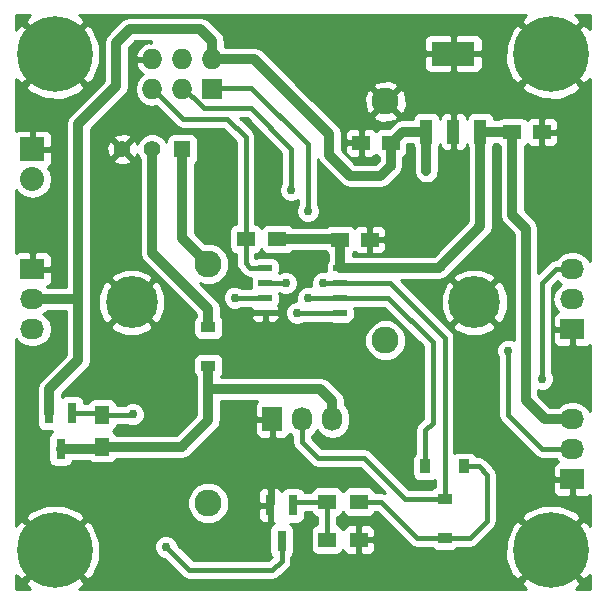
<source format=gtl>
%TF.GenerationSoftware,KiCad,Pcbnew,4.0.1-stable*%
%TF.CreationDate,2016-04-03T11:40:38+01:00*%
%TF.ProjectId,rc_power_sockets,72635F706F7765725F736F636B657473,rev?*%
%TF.FileFunction,Copper,L1,Top,Signal*%
%FSLAX46Y46*%
G04 Gerber Fmt 4.6, Leading zero omitted, Abs format (unit mm)*
G04 Created by KiCad (PCBNEW 4.0.1-stable) date 03/04/2016 11:40:38*
%MOMM*%
G01*
G04 APERTURE LIST*
%ADD10C,0.100000*%
%ADD11R,2.032000X1.727200*%
%ADD12O,2.032000X1.727200*%
%ADD13C,2.286000*%
%ADD14R,1.143000X0.508000*%
%ADD15R,3.657600X2.032000*%
%ADD16R,1.016000X2.032000*%
%ADD17C,6.400000*%
%ADD18R,0.800100X1.800860*%
%ADD19R,1.727200X2.032000*%
%ADD20O,1.727200X2.032000*%
%ADD21R,1.500000X1.250000*%
%ADD22R,1.500000X1.300000*%
%ADD23R,1.300000X1.500000*%
%ADD24R,1.727200X1.727200*%
%ADD25O,1.727200X1.727200*%
%ADD26R,1.220000X0.910000*%
%ADD27R,0.910000X1.220000*%
%ADD28R,2.032000X2.032000*%
%ADD29O,2.032000X2.032000*%
%ADD30C,4.400000*%
%ADD31R,1.397000X1.397000*%
%ADD32C,1.397000*%
%ADD33C,0.750000*%
%ADD34C,0.406000*%
%ADD35C,0.813000*%
%ADD36C,0.254000*%
G04 APERTURE END LIST*
D10*
D11*
X167820000Y-99980000D03*
D12*
X167820000Y-97440000D03*
X167820000Y-94900000D03*
D13*
X152000000Y-68000000D03*
X152000000Y-88240000D03*
X137000000Y-102000000D03*
X137000000Y-81760000D03*
D14*
X148175000Y-82095000D03*
X148175000Y-83365000D03*
X148175000Y-84635000D03*
X148175000Y-85905000D03*
X141825000Y-85905000D03*
X141825000Y-84635000D03*
X141825000Y-83365000D03*
X141825000Y-82095000D03*
D15*
X157750000Y-63948000D03*
D16*
X157750000Y-70552000D03*
X160036000Y-70552000D03*
X155464000Y-70552000D03*
D17*
X166000000Y-64000000D03*
D18*
X144150000Y-102198860D03*
X142250000Y-102198860D03*
X143200000Y-105201140D03*
X125450000Y-94398860D03*
X123550000Y-94398860D03*
X124500000Y-97401140D03*
D19*
X142420000Y-94900000D03*
D20*
X144960000Y-94900000D03*
X147500000Y-94900000D03*
D11*
X122100000Y-82200000D03*
D12*
X122100000Y-84740000D03*
X122100000Y-87280000D03*
D21*
X152450000Y-71500000D03*
X149950000Y-71500000D03*
X162750000Y-70600000D03*
X165250000Y-70600000D03*
X148150000Y-79700000D03*
X150650000Y-79700000D03*
D22*
X147050000Y-101900000D03*
X149750000Y-101900000D03*
D23*
X128000000Y-97250000D03*
X128000000Y-94550000D03*
D22*
X147050000Y-105100000D03*
X149750000Y-105100000D03*
X140150000Y-79650000D03*
X142850000Y-79650000D03*
D24*
X137340000Y-66960000D03*
D25*
X137340000Y-64420000D03*
X134800000Y-66960000D03*
X134800000Y-64420000D03*
X132260000Y-66960000D03*
X132260000Y-64420000D03*
D11*
X167820000Y-87280000D03*
D12*
X167820000Y-84740000D03*
X167820000Y-82200000D03*
D17*
X166000000Y-106000000D03*
X124000000Y-106000000D03*
X124000000Y-64000000D03*
D26*
X157000000Y-104935000D03*
X157000000Y-101665000D03*
D27*
X158635000Y-98900000D03*
X155365000Y-98900000D03*
D26*
X137000000Y-90385000D03*
X137000000Y-87115000D03*
D28*
X122100000Y-72040000D03*
D29*
X122100000Y-74580000D03*
D30*
X130500000Y-85000000D03*
X159500000Y-85000000D03*
D31*
X134800000Y-72040000D03*
D32*
X132260000Y-72040000D03*
X129720000Y-72040000D03*
D33*
X155800000Y-66200000D03*
X155800000Y-67400000D03*
X159600000Y-67400000D03*
X159600000Y-66200000D03*
X157000000Y-67400000D03*
X157000000Y-66200000D03*
X158400000Y-66200000D03*
X158400000Y-67400000D03*
X144000000Y-75492000D03*
X146696000Y-83366000D03*
X145426000Y-84636000D03*
X145426000Y-77270000D03*
X165280000Y-91471000D03*
X139245000Y-84613000D03*
X144500000Y-85900000D03*
X162400000Y-89100000D03*
X143560000Y-83370000D03*
X155464800Y-73919600D03*
X133400000Y-105700000D03*
X130600000Y-94500000D03*
D34*
X141825000Y-85905000D02*
X140620000Y-85905000D01*
X134177000Y-88677000D02*
X130500000Y-85000000D01*
X138864000Y-88677000D02*
X134177000Y-88677000D01*
X139880000Y-87661000D02*
X138864000Y-88677000D01*
X139880000Y-86645000D02*
X139880000Y-87661000D01*
X140620000Y-85905000D02*
X139880000Y-86645000D01*
X142420000Y-94900000D02*
X142420000Y-102028860D01*
X142420000Y-102028860D02*
X142250000Y-102198860D01*
X149750000Y-105100000D02*
X149750000Y-107250000D01*
X163400000Y-108600000D02*
X166000000Y-106000000D01*
X151100000Y-108600000D02*
X163400000Y-108600000D01*
X149750000Y-107250000D02*
X151100000Y-108600000D01*
X149950000Y-71500000D02*
X149950000Y-70050000D01*
X149950000Y-70050000D02*
X152000000Y-68000000D01*
X157750000Y-70552000D02*
X157750000Y-76350000D01*
X154400000Y-79700000D02*
X150650000Y-79700000D01*
X157750000Y-76350000D02*
X154400000Y-79700000D01*
X157750000Y-63948000D02*
X154452000Y-63948000D01*
X154000000Y-66000000D02*
X152000000Y-68000000D01*
X154000000Y-64400000D02*
X154000000Y-66000000D01*
X154452000Y-63948000D02*
X154000000Y-64400000D01*
X165250000Y-70600000D02*
X165250000Y-69250000D01*
X164400000Y-68400000D02*
X157800000Y-68400000D01*
X157800000Y-68400000D02*
X157750000Y-68400000D01*
X165250000Y-69250000D02*
X164400000Y-68400000D01*
X157000000Y-66200000D02*
X155800000Y-66200000D01*
X158400000Y-66200000D02*
X159600000Y-66200000D01*
X157750000Y-67400000D02*
X157000000Y-67400000D01*
X157000000Y-66200000D02*
X158400000Y-66200000D01*
X158400000Y-67400000D02*
X157750000Y-67400000D01*
X157750000Y-63948000D02*
X156952000Y-63948000D01*
X157750000Y-63948000D02*
X158252000Y-63948000D01*
X157750000Y-63948000D02*
X156848000Y-63948000D01*
X157750000Y-70552000D02*
X157750000Y-68400000D01*
X157750000Y-68400000D02*
X157750000Y-68600000D01*
X157750000Y-67700000D02*
X157750000Y-67400000D01*
X157750000Y-68600000D02*
X157750000Y-67700000D01*
X157750000Y-67400000D02*
X157750000Y-63948000D01*
X144960000Y-94900000D02*
X144960000Y-96860000D01*
X153665000Y-101665000D02*
X157000000Y-101665000D01*
X150200000Y-98200000D02*
X153665000Y-101665000D01*
X146300000Y-98200000D02*
X150200000Y-98200000D01*
X144960000Y-96860000D02*
X146300000Y-98200000D01*
X148175000Y-83365000D02*
X152365000Y-83365000D01*
X157000000Y-88000000D02*
X157000000Y-101665000D01*
X152365000Y-83365000D02*
X157000000Y-88000000D01*
X134690000Y-66854000D02*
X134690000Y-66690000D01*
X144000000Y-72000000D02*
X144000000Y-75492000D01*
X140600000Y-68600000D02*
X144000000Y-72000000D01*
X136600000Y-68600000D02*
X140600000Y-68600000D01*
X134690000Y-66690000D02*
X136600000Y-68600000D01*
X148175000Y-83365000D02*
X146697000Y-83365000D01*
X146697000Y-83365000D02*
X146696000Y-83366000D01*
X156000000Y-91300000D02*
X156000000Y-95200000D01*
X155365000Y-95835000D02*
X155365000Y-98900000D01*
X156000000Y-95200000D02*
X155365000Y-95835000D01*
X137230000Y-66854000D02*
X140654000Y-66854000D01*
X145427000Y-84635000D02*
X145426000Y-84636000D01*
X145426000Y-77270000D02*
X145426000Y-75238000D01*
X145427000Y-84635000D02*
X148175000Y-84635000D01*
X145426000Y-71626000D02*
X145426000Y-75238000D01*
X140654000Y-66854000D02*
X145426000Y-71626000D01*
X148175000Y-84635000D02*
X152235000Y-84635000D01*
X152235000Y-84635000D02*
X156000000Y-88400000D01*
X156000000Y-88400000D02*
X156000000Y-91300000D01*
X156000000Y-91300000D02*
X156000000Y-91365000D01*
X132150000Y-66854000D02*
X132150000Y-66800000D01*
X140150000Y-71050000D02*
X140150000Y-79650000D01*
X138619000Y-69519000D02*
X140150000Y-71050000D01*
X134869000Y-69519000D02*
X138619000Y-69519000D01*
X132150000Y-66800000D02*
X134869000Y-69519000D01*
X141825000Y-82095000D02*
X140555000Y-82095000D01*
X140150000Y-81690000D02*
X140150000Y-79650000D01*
X140555000Y-82095000D02*
X140150000Y-81690000D01*
X167820000Y-82200000D02*
X166423000Y-82200000D01*
X165280000Y-83343000D02*
X165280000Y-91471000D01*
X166423000Y-82200000D02*
X165280000Y-83343000D01*
X141825000Y-84635000D02*
X139267000Y-84635000D01*
X139267000Y-84635000D02*
X139245000Y-84613000D01*
X144505000Y-85905000D02*
X148175000Y-85905000D01*
X144500000Y-85900000D02*
X144505000Y-85905000D01*
X162400000Y-89100000D02*
X162400000Y-94560000D01*
X143555000Y-83365000D02*
X143560000Y-83370000D01*
X141825000Y-83365000D02*
X143555000Y-83365000D01*
X165280000Y-97440000D02*
X167820000Y-97440000D01*
X162400000Y-94560000D02*
X165280000Y-97440000D01*
D35*
X152450000Y-71500000D02*
X152450000Y-73440000D01*
X140896000Y-64420000D02*
X137340000Y-64420000D01*
X147246000Y-70770000D02*
X140896000Y-64420000D01*
X147246000Y-72548000D02*
X147246000Y-70770000D01*
X149024000Y-74326000D02*
X147246000Y-72548000D01*
X151564000Y-74326000D02*
X149024000Y-74326000D01*
X152450000Y-73440000D02*
X151564000Y-74326000D01*
X137340000Y-64420000D02*
X137340000Y-62896000D01*
X137340000Y-62896000D02*
X136324000Y-61880000D01*
X136324000Y-61880000D02*
X130355000Y-61880000D01*
X130355000Y-61880000D02*
X129212000Y-63023000D01*
X129212000Y-63023000D02*
X129212000Y-66706000D01*
X129212000Y-66706000D02*
X126000000Y-69918000D01*
X126000000Y-69918000D02*
X126000000Y-81400000D01*
X122100000Y-84740000D02*
X126000000Y-84740000D01*
X126000000Y-84740000D02*
X126000000Y-84698000D01*
X155464000Y-70552000D02*
X155464000Y-73918800D01*
X155464000Y-73918800D02*
X155464800Y-73919600D01*
X152450000Y-71500000D02*
X152500000Y-71500000D01*
X152500000Y-71500000D02*
X153448000Y-70552000D01*
X153448000Y-70552000D02*
X155464000Y-70552000D01*
X155500000Y-70588000D02*
X155464000Y-70552000D01*
X126000000Y-84698000D02*
X126000000Y-89900000D01*
X123550000Y-92350000D02*
X123550000Y-94398860D01*
X126000000Y-89900000D02*
X123550000Y-92350000D01*
X126000000Y-84698000D02*
X126000000Y-84838000D01*
X126000000Y-84838000D02*
X126000000Y-81400000D01*
X126000000Y-81400000D02*
X126000000Y-81000000D01*
X162750000Y-70600000D02*
X162750000Y-77638000D01*
X165534000Y-94900000D02*
X167820000Y-94900000D01*
X163883000Y-93249000D02*
X165534000Y-94900000D01*
X163883000Y-78771000D02*
X163883000Y-93249000D01*
X162750000Y-77638000D02*
X163883000Y-78771000D01*
X142850000Y-79650000D02*
X148100000Y-79650000D01*
X148100000Y-79650000D02*
X148150000Y-79700000D01*
X148175000Y-82095000D02*
X148175000Y-79925000D01*
X148175000Y-79925000D02*
X148150000Y-79900000D01*
X160036000Y-70552000D02*
X160036000Y-78564000D01*
X156505000Y-82095000D02*
X148175000Y-82095000D01*
X160036000Y-78564000D02*
X156505000Y-82095000D01*
X162750000Y-70550000D02*
X160034000Y-70550000D01*
X160034000Y-70550000D02*
X160036000Y-70552000D01*
D34*
X147050000Y-101900000D02*
X144448860Y-101900000D01*
X144448860Y-101900000D02*
X144150000Y-102198860D01*
X147050000Y-105100000D02*
X147050000Y-101900000D01*
X128000000Y-94550000D02*
X130550000Y-94550000D01*
X143200000Y-106900000D02*
X143200000Y-105201140D01*
X142400000Y-107700000D02*
X143200000Y-106900000D01*
X135400000Y-107700000D02*
X142400000Y-107700000D01*
X133400000Y-105700000D02*
X135400000Y-107700000D01*
X130550000Y-94550000D02*
X130600000Y-94500000D01*
X125450000Y-94398860D02*
X127848860Y-94398860D01*
X127848860Y-94398860D02*
X128000000Y-94550000D01*
X157000000Y-104935000D02*
X154635000Y-104935000D01*
X151600000Y-101900000D02*
X149750000Y-101900000D01*
X154635000Y-104935000D02*
X151600000Y-101900000D01*
X158635000Y-98900000D02*
X159900000Y-98900000D01*
X159165000Y-104935000D02*
X157000000Y-104935000D01*
X160600000Y-103500000D02*
X159165000Y-104935000D01*
X160600000Y-99600000D02*
X160600000Y-103500000D01*
X159900000Y-98900000D02*
X160600000Y-99600000D01*
D35*
X137000000Y-90385000D02*
X137000000Y-94986000D01*
X134736000Y-97250000D02*
X128000000Y-97250000D01*
X137000000Y-94986000D02*
X134736000Y-97250000D01*
X147500000Y-94900000D02*
X147500000Y-93376000D01*
X146484000Y-92360000D02*
X137000000Y-92360000D01*
X147500000Y-93376000D02*
X146484000Y-92360000D01*
X137000000Y-90385000D02*
X137000000Y-92360000D01*
X124500000Y-97401140D02*
X127848860Y-97401140D01*
X127848860Y-97401140D02*
X128000000Y-97250000D01*
X134800000Y-72040000D02*
X134800000Y-79560000D01*
X134800000Y-79560000D02*
X137000000Y-81760000D01*
X137000000Y-87115000D02*
X137000000Y-85588000D01*
X132260000Y-80848000D02*
X132260000Y-72040000D01*
X137000000Y-85588000D02*
X132260000Y-80848000D01*
D36*
G36*
X161535910Y-71676441D02*
X161708500Y-71794367D01*
X161708500Y-77638000D01*
X161787779Y-78036565D01*
X162013548Y-78374452D01*
X162841500Y-79202404D01*
X162841500Y-88189715D01*
X162601783Y-88090176D01*
X162199980Y-88089825D01*
X161828628Y-88243264D01*
X161544263Y-88527134D01*
X161390176Y-88898217D01*
X161389825Y-89300020D01*
X161543264Y-89671372D01*
X161562000Y-89690141D01*
X161562000Y-94560000D01*
X161625789Y-94880689D01*
X161746129Y-95060789D01*
X161807445Y-95152555D01*
X164687444Y-98032555D01*
X164844643Y-98137592D01*
X164959311Y-98214211D01*
X165280000Y-98278000D01*
X166427470Y-98278000D01*
X166575585Y-98499670D01*
X166597780Y-98514500D01*
X166444302Y-98578073D01*
X166265673Y-98756701D01*
X166169000Y-98990090D01*
X166169000Y-99694250D01*
X166327750Y-99853000D01*
X167693000Y-99853000D01*
X167693000Y-99833000D01*
X167947000Y-99833000D01*
X167947000Y-99853000D01*
X167967000Y-99853000D01*
X167967000Y-100107000D01*
X167947000Y-100107000D01*
X167947000Y-101319850D01*
X168105750Y-101478600D01*
X168962309Y-101478600D01*
X169195698Y-101381927D01*
X169290000Y-101287626D01*
X169290000Y-103909271D01*
X169265819Y-103849754D01*
X169236343Y-103805640D01*
X168740910Y-103438695D01*
X166179605Y-106000000D01*
X168740910Y-108561305D01*
X169236343Y-108194360D01*
X169290000Y-108067266D01*
X169290000Y-109290000D01*
X168090729Y-109290000D01*
X168150246Y-109265819D01*
X168194360Y-109236343D01*
X168561305Y-108740910D01*
X166000000Y-106179605D01*
X163438695Y-108740910D01*
X163805640Y-109236343D01*
X163932734Y-109290000D01*
X126090729Y-109290000D01*
X126150246Y-109265819D01*
X126194360Y-109236343D01*
X126561305Y-108740910D01*
X124000000Y-106179605D01*
X121438695Y-108740910D01*
X121805640Y-109236343D01*
X121932734Y-109290000D01*
X120710000Y-109290000D01*
X120710000Y-108090729D01*
X120734181Y-108150246D01*
X120763657Y-108194360D01*
X121259090Y-108561305D01*
X123820395Y-106000000D01*
X124179605Y-106000000D01*
X126740910Y-108561305D01*
X127236343Y-108194360D01*
X127829736Y-106788829D01*
X127840087Y-105263207D01*
X127265819Y-103849754D01*
X127236343Y-103805640D01*
X126740910Y-103438695D01*
X124179605Y-106000000D01*
X123820395Y-106000000D01*
X121259090Y-103438695D01*
X120763657Y-103805640D01*
X120710000Y-103932734D01*
X120710000Y-103259090D01*
X121438695Y-103259090D01*
X124000000Y-105820395D01*
X126561305Y-103259090D01*
X126194360Y-102763657D01*
X125219566Y-102352114D01*
X135221692Y-102352114D01*
X135491806Y-103005840D01*
X135991529Y-103506436D01*
X136644782Y-103777691D01*
X137352114Y-103778308D01*
X138005840Y-103508194D01*
X138506436Y-103008471D01*
X138723962Y-102484610D01*
X141214950Y-102484610D01*
X141214950Y-103225600D01*
X141311623Y-103458989D01*
X141490252Y-103637617D01*
X141723641Y-103734290D01*
X141964250Y-103734290D01*
X142123000Y-103575540D01*
X142123000Y-102325860D01*
X141373700Y-102325860D01*
X141214950Y-102484610D01*
X138723962Y-102484610D01*
X138777691Y-102355218D01*
X138778308Y-101647886D01*
X138581726Y-101172120D01*
X141214950Y-101172120D01*
X141214950Y-101913110D01*
X141373700Y-102071860D01*
X142123000Y-102071860D01*
X142123000Y-100822180D01*
X141964250Y-100663430D01*
X141723641Y-100663430D01*
X141490252Y-100760103D01*
X141311623Y-100938731D01*
X141214950Y-101172120D01*
X138581726Y-101172120D01*
X138508194Y-100994160D01*
X138008471Y-100493564D01*
X137355218Y-100222309D01*
X136647886Y-100221692D01*
X135994160Y-100491806D01*
X135493564Y-100991529D01*
X135222309Y-101644782D01*
X135221692Y-102352114D01*
X125219566Y-102352114D01*
X124788829Y-102170264D01*
X123263207Y-102159913D01*
X121849754Y-102734181D01*
X121805640Y-102763657D01*
X121438695Y-103259090D01*
X120710000Y-103259090D01*
X120710000Y-88121787D01*
X120855585Y-88339670D01*
X121341766Y-88664526D01*
X121915255Y-88778600D01*
X122284745Y-88778600D01*
X122858234Y-88664526D01*
X123344415Y-88339670D01*
X123669271Y-87853489D01*
X123783345Y-87280000D01*
X123669271Y-86706511D01*
X123344415Y-86220330D01*
X123029634Y-86010000D01*
X123344415Y-85799670D01*
X123356556Y-85781500D01*
X124958500Y-85781500D01*
X124958500Y-89468596D01*
X122813548Y-91613548D01*
X122587779Y-91951435D01*
X122508500Y-92350000D01*
X122508500Y-93468850D01*
X122502510Y-93498430D01*
X122502510Y-95299290D01*
X122546788Y-95534607D01*
X122685860Y-95750731D01*
X122898060Y-95895721D01*
X123149950Y-95946730D01*
X123788202Y-95946730D01*
X123648509Y-96036620D01*
X123503519Y-96248820D01*
X123452510Y-96500710D01*
X123452510Y-98301570D01*
X123496788Y-98536887D01*
X123635860Y-98753011D01*
X123848060Y-98898001D01*
X124099950Y-98949010D01*
X124900050Y-98949010D01*
X125135367Y-98904732D01*
X125351491Y-98765660D01*
X125496481Y-98553460D01*
X125518923Y-98442640D01*
X126880247Y-98442640D01*
X126885910Y-98451441D01*
X127098110Y-98596431D01*
X127350000Y-98647440D01*
X128650000Y-98647440D01*
X128885317Y-98603162D01*
X129101441Y-98464090D01*
X129219367Y-98291500D01*
X134736000Y-98291500D01*
X135134565Y-98212221D01*
X135472452Y-97986452D01*
X137736449Y-95722454D01*
X137736452Y-95722452D01*
X137962221Y-95384565D01*
X137966892Y-95361081D01*
X138001767Y-95185750D01*
X140921400Y-95185750D01*
X140921400Y-96042310D01*
X141018073Y-96275699D01*
X141196702Y-96454327D01*
X141430091Y-96551000D01*
X142134250Y-96551000D01*
X142293000Y-96392250D01*
X142293000Y-95027000D01*
X141080150Y-95027000D01*
X140921400Y-95185750D01*
X138001767Y-95185750D01*
X138041501Y-94986000D01*
X138041500Y-94985995D01*
X138041500Y-93401500D01*
X141140875Y-93401500D01*
X141018073Y-93524301D01*
X140921400Y-93757690D01*
X140921400Y-94614250D01*
X141080150Y-94773000D01*
X142293000Y-94773000D01*
X142293000Y-94753000D01*
X142547000Y-94753000D01*
X142547000Y-94773000D01*
X142567000Y-94773000D01*
X142567000Y-95027000D01*
X142547000Y-95027000D01*
X142547000Y-96392250D01*
X142705750Y-96551000D01*
X143409909Y-96551000D01*
X143643298Y-96454327D01*
X143821927Y-96275699D01*
X143885500Y-96122220D01*
X143900330Y-96144415D01*
X144122000Y-96292530D01*
X144122000Y-96860000D01*
X144185789Y-97180689D01*
X144359056Y-97440000D01*
X144367445Y-97452555D01*
X145707444Y-98792555D01*
X145941595Y-98949010D01*
X145979311Y-98974211D01*
X146300000Y-99038000D01*
X149852890Y-99038000D01*
X151980933Y-101166043D01*
X151920689Y-101125789D01*
X151600000Y-101062000D01*
X151112065Y-101062000D01*
X151103162Y-101014683D01*
X150964090Y-100798559D01*
X150751890Y-100653569D01*
X150500000Y-100602560D01*
X149000000Y-100602560D01*
X148764683Y-100646838D01*
X148548559Y-100785910D01*
X148403569Y-100998110D01*
X148400919Y-101011197D01*
X148264090Y-100798559D01*
X148051890Y-100653569D01*
X147800000Y-100602560D01*
X146300000Y-100602560D01*
X146064683Y-100646838D01*
X145848559Y-100785910D01*
X145703569Y-100998110D01*
X145690631Y-101062000D01*
X145152496Y-101062000D01*
X145014140Y-100846989D01*
X144801940Y-100701999D01*
X144550050Y-100650990D01*
X143749950Y-100650990D01*
X143514633Y-100695268D01*
X143298509Y-100834340D01*
X143203023Y-100974089D01*
X143188377Y-100938731D01*
X143009748Y-100760103D01*
X142776359Y-100663430D01*
X142535750Y-100663430D01*
X142377000Y-100822180D01*
X142377000Y-102071860D01*
X142397000Y-102071860D01*
X142397000Y-102325860D01*
X142377000Y-102325860D01*
X142377000Y-103575540D01*
X142524703Y-103723243D01*
X142348509Y-103836620D01*
X142203519Y-104048820D01*
X142152510Y-104300710D01*
X142152510Y-106101570D01*
X142196788Y-106336887D01*
X142335860Y-106553011D01*
X142351317Y-106563572D01*
X142052890Y-106862000D01*
X135747111Y-106862000D01*
X134410153Y-105525043D01*
X134410175Y-105499980D01*
X134256736Y-105128628D01*
X133972866Y-104844263D01*
X133601783Y-104690176D01*
X133199980Y-104689825D01*
X132828628Y-104843264D01*
X132544263Y-105127134D01*
X132390176Y-105498217D01*
X132389825Y-105900020D01*
X132543264Y-106271372D01*
X132827134Y-106555737D01*
X133198217Y-106709824D01*
X133224737Y-106709847D01*
X134807444Y-108292555D01*
X135079311Y-108474211D01*
X135400000Y-108538000D01*
X142400000Y-108538000D01*
X142720689Y-108474211D01*
X142992555Y-108292555D01*
X143792556Y-107492555D01*
X143901450Y-107329583D01*
X143974211Y-107220689D01*
X144038000Y-106900000D01*
X144038000Y-106736793D01*
X162159913Y-106736793D01*
X162734181Y-108150246D01*
X162763657Y-108194360D01*
X163259090Y-108561305D01*
X165820395Y-106000000D01*
X163259090Y-103438695D01*
X162763657Y-103805640D01*
X162170264Y-105211171D01*
X162159913Y-106736793D01*
X144038000Y-106736793D01*
X144038000Y-106574341D01*
X144051491Y-106565660D01*
X144196481Y-106353460D01*
X144247490Y-106101570D01*
X144247490Y-104300710D01*
X144203212Y-104065393D01*
X144064140Y-103849269D01*
X143914069Y-103746730D01*
X144550050Y-103746730D01*
X144785367Y-103702452D01*
X145001491Y-103563380D01*
X145146481Y-103351180D01*
X145197490Y-103099290D01*
X145197490Y-102738000D01*
X145687935Y-102738000D01*
X145696838Y-102785317D01*
X145835910Y-103001441D01*
X146048110Y-103146431D01*
X146212000Y-103179620D01*
X146212000Y-103819118D01*
X146064683Y-103846838D01*
X145848559Y-103985910D01*
X145703569Y-104198110D01*
X145652560Y-104450000D01*
X145652560Y-105750000D01*
X145696838Y-105985317D01*
X145835910Y-106201441D01*
X146048110Y-106346431D01*
X146300000Y-106397440D01*
X147800000Y-106397440D01*
X148035317Y-106353162D01*
X148251441Y-106214090D01*
X148396431Y-106001890D01*
X148403191Y-105968510D01*
X148461673Y-106109699D01*
X148640302Y-106288327D01*
X148873691Y-106385000D01*
X149464250Y-106385000D01*
X149623000Y-106226250D01*
X149623000Y-105227000D01*
X149877000Y-105227000D01*
X149877000Y-106226250D01*
X150035750Y-106385000D01*
X150626309Y-106385000D01*
X150859698Y-106288327D01*
X151038327Y-106109699D01*
X151135000Y-105876310D01*
X151135000Y-105385750D01*
X150976250Y-105227000D01*
X149877000Y-105227000D01*
X149623000Y-105227000D01*
X149603000Y-105227000D01*
X149603000Y-104973000D01*
X149623000Y-104973000D01*
X149623000Y-103973750D01*
X149877000Y-103973750D01*
X149877000Y-104973000D01*
X150976250Y-104973000D01*
X151135000Y-104814250D01*
X151135000Y-104323690D01*
X151038327Y-104090301D01*
X150859698Y-103911673D01*
X150626309Y-103815000D01*
X150035750Y-103815000D01*
X149877000Y-103973750D01*
X149623000Y-103973750D01*
X149464250Y-103815000D01*
X148873691Y-103815000D01*
X148640302Y-103911673D01*
X148461673Y-104090301D01*
X148405346Y-104226287D01*
X148403162Y-104214683D01*
X148264090Y-103998559D01*
X148051890Y-103853569D01*
X147888000Y-103820380D01*
X147888000Y-103180882D01*
X148035317Y-103153162D01*
X148251441Y-103014090D01*
X148396431Y-102801890D01*
X148399081Y-102788803D01*
X148535910Y-103001441D01*
X148748110Y-103146431D01*
X149000000Y-103197440D01*
X150500000Y-103197440D01*
X150735317Y-103153162D01*
X150951441Y-103014090D01*
X151096431Y-102801890D01*
X151109369Y-102738000D01*
X151252890Y-102738000D01*
X154042444Y-105527555D01*
X154289384Y-105692555D01*
X154314311Y-105709211D01*
X154635000Y-105773000D01*
X155881869Y-105773000D01*
X155925910Y-105841441D01*
X156138110Y-105986431D01*
X156390000Y-106037440D01*
X157610000Y-106037440D01*
X157845317Y-105993162D01*
X158061441Y-105854090D01*
X158116847Y-105773000D01*
X159165000Y-105773000D01*
X159485689Y-105709211D01*
X159757555Y-105527555D01*
X161192555Y-104092556D01*
X161374211Y-103820689D01*
X161397366Y-103704279D01*
X161438000Y-103500000D01*
X161438000Y-103259090D01*
X163438695Y-103259090D01*
X166000000Y-105820395D01*
X168561305Y-103259090D01*
X168194360Y-102763657D01*
X166788829Y-102170264D01*
X165263207Y-102159913D01*
X163849754Y-102734181D01*
X163805640Y-102763657D01*
X163438695Y-103259090D01*
X161438000Y-103259090D01*
X161438000Y-100265750D01*
X166169000Y-100265750D01*
X166169000Y-100969910D01*
X166265673Y-101203299D01*
X166444302Y-101381927D01*
X166677691Y-101478600D01*
X167534250Y-101478600D01*
X167693000Y-101319850D01*
X167693000Y-100107000D01*
X166327750Y-100107000D01*
X166169000Y-100265750D01*
X161438000Y-100265750D01*
X161438000Y-99600000D01*
X161374211Y-99279311D01*
X161335040Y-99220688D01*
X161192555Y-99007444D01*
X160492555Y-98307445D01*
X160448486Y-98277999D01*
X160220689Y-98125789D01*
X159900000Y-98062000D01*
X159694539Y-98062000D01*
X159693162Y-98054683D01*
X159554090Y-97838559D01*
X159341890Y-97693569D01*
X159090000Y-97642560D01*
X158180000Y-97642560D01*
X157944683Y-97686838D01*
X157838000Y-97755487D01*
X157838000Y-88000000D01*
X157774211Y-87679311D01*
X157695826Y-87562000D01*
X157592556Y-87407445D01*
X157204493Y-87019382D01*
X157660223Y-87019382D01*
X157905368Y-87410888D01*
X158949360Y-87837609D01*
X160077181Y-87832330D01*
X161094632Y-87410888D01*
X161339777Y-87019382D01*
X159500000Y-85179605D01*
X157660223Y-87019382D01*
X157204493Y-87019382D01*
X154634471Y-84449360D01*
X156662391Y-84449360D01*
X156667670Y-85577181D01*
X157089112Y-86594632D01*
X157480618Y-86839777D01*
X159320395Y-85000000D01*
X159679605Y-85000000D01*
X161519382Y-86839777D01*
X161910888Y-86594632D01*
X162337609Y-85550640D01*
X162332330Y-84422819D01*
X161910888Y-83405368D01*
X161519382Y-83160223D01*
X159679605Y-85000000D01*
X159320395Y-85000000D01*
X157480618Y-83160223D01*
X157089112Y-83405368D01*
X156662391Y-84449360D01*
X154634471Y-84449360D01*
X153321610Y-83136500D01*
X156505000Y-83136500D01*
X156903565Y-83057221D01*
X157018209Y-82980618D01*
X157660223Y-82980618D01*
X159500000Y-84820395D01*
X161339777Y-82980618D01*
X161094632Y-82589112D01*
X160050640Y-82162391D01*
X158922819Y-82167670D01*
X157905368Y-82589112D01*
X157660223Y-82980618D01*
X157018209Y-82980618D01*
X157241452Y-82831452D01*
X160772452Y-79300452D01*
X160998221Y-78962565D01*
X161077500Y-78564000D01*
X161077500Y-71911993D01*
X161140431Y-71819890D01*
X161186681Y-71591500D01*
X161481252Y-71591500D01*
X161535910Y-71676441D01*
X161535910Y-71676441D01*
G37*
X161535910Y-71676441D02*
X161708500Y-71794367D01*
X161708500Y-77638000D01*
X161787779Y-78036565D01*
X162013548Y-78374452D01*
X162841500Y-79202404D01*
X162841500Y-88189715D01*
X162601783Y-88090176D01*
X162199980Y-88089825D01*
X161828628Y-88243264D01*
X161544263Y-88527134D01*
X161390176Y-88898217D01*
X161389825Y-89300020D01*
X161543264Y-89671372D01*
X161562000Y-89690141D01*
X161562000Y-94560000D01*
X161625789Y-94880689D01*
X161746129Y-95060789D01*
X161807445Y-95152555D01*
X164687444Y-98032555D01*
X164844643Y-98137592D01*
X164959311Y-98214211D01*
X165280000Y-98278000D01*
X166427470Y-98278000D01*
X166575585Y-98499670D01*
X166597780Y-98514500D01*
X166444302Y-98578073D01*
X166265673Y-98756701D01*
X166169000Y-98990090D01*
X166169000Y-99694250D01*
X166327750Y-99853000D01*
X167693000Y-99853000D01*
X167693000Y-99833000D01*
X167947000Y-99833000D01*
X167947000Y-99853000D01*
X167967000Y-99853000D01*
X167967000Y-100107000D01*
X167947000Y-100107000D01*
X167947000Y-101319850D01*
X168105750Y-101478600D01*
X168962309Y-101478600D01*
X169195698Y-101381927D01*
X169290000Y-101287626D01*
X169290000Y-103909271D01*
X169265819Y-103849754D01*
X169236343Y-103805640D01*
X168740910Y-103438695D01*
X166179605Y-106000000D01*
X168740910Y-108561305D01*
X169236343Y-108194360D01*
X169290000Y-108067266D01*
X169290000Y-109290000D01*
X168090729Y-109290000D01*
X168150246Y-109265819D01*
X168194360Y-109236343D01*
X168561305Y-108740910D01*
X166000000Y-106179605D01*
X163438695Y-108740910D01*
X163805640Y-109236343D01*
X163932734Y-109290000D01*
X126090729Y-109290000D01*
X126150246Y-109265819D01*
X126194360Y-109236343D01*
X126561305Y-108740910D01*
X124000000Y-106179605D01*
X121438695Y-108740910D01*
X121805640Y-109236343D01*
X121932734Y-109290000D01*
X120710000Y-109290000D01*
X120710000Y-108090729D01*
X120734181Y-108150246D01*
X120763657Y-108194360D01*
X121259090Y-108561305D01*
X123820395Y-106000000D01*
X124179605Y-106000000D01*
X126740910Y-108561305D01*
X127236343Y-108194360D01*
X127829736Y-106788829D01*
X127840087Y-105263207D01*
X127265819Y-103849754D01*
X127236343Y-103805640D01*
X126740910Y-103438695D01*
X124179605Y-106000000D01*
X123820395Y-106000000D01*
X121259090Y-103438695D01*
X120763657Y-103805640D01*
X120710000Y-103932734D01*
X120710000Y-103259090D01*
X121438695Y-103259090D01*
X124000000Y-105820395D01*
X126561305Y-103259090D01*
X126194360Y-102763657D01*
X125219566Y-102352114D01*
X135221692Y-102352114D01*
X135491806Y-103005840D01*
X135991529Y-103506436D01*
X136644782Y-103777691D01*
X137352114Y-103778308D01*
X138005840Y-103508194D01*
X138506436Y-103008471D01*
X138723962Y-102484610D01*
X141214950Y-102484610D01*
X141214950Y-103225600D01*
X141311623Y-103458989D01*
X141490252Y-103637617D01*
X141723641Y-103734290D01*
X141964250Y-103734290D01*
X142123000Y-103575540D01*
X142123000Y-102325860D01*
X141373700Y-102325860D01*
X141214950Y-102484610D01*
X138723962Y-102484610D01*
X138777691Y-102355218D01*
X138778308Y-101647886D01*
X138581726Y-101172120D01*
X141214950Y-101172120D01*
X141214950Y-101913110D01*
X141373700Y-102071860D01*
X142123000Y-102071860D01*
X142123000Y-100822180D01*
X141964250Y-100663430D01*
X141723641Y-100663430D01*
X141490252Y-100760103D01*
X141311623Y-100938731D01*
X141214950Y-101172120D01*
X138581726Y-101172120D01*
X138508194Y-100994160D01*
X138008471Y-100493564D01*
X137355218Y-100222309D01*
X136647886Y-100221692D01*
X135994160Y-100491806D01*
X135493564Y-100991529D01*
X135222309Y-101644782D01*
X135221692Y-102352114D01*
X125219566Y-102352114D01*
X124788829Y-102170264D01*
X123263207Y-102159913D01*
X121849754Y-102734181D01*
X121805640Y-102763657D01*
X121438695Y-103259090D01*
X120710000Y-103259090D01*
X120710000Y-88121787D01*
X120855585Y-88339670D01*
X121341766Y-88664526D01*
X121915255Y-88778600D01*
X122284745Y-88778600D01*
X122858234Y-88664526D01*
X123344415Y-88339670D01*
X123669271Y-87853489D01*
X123783345Y-87280000D01*
X123669271Y-86706511D01*
X123344415Y-86220330D01*
X123029634Y-86010000D01*
X123344415Y-85799670D01*
X123356556Y-85781500D01*
X124958500Y-85781500D01*
X124958500Y-89468596D01*
X122813548Y-91613548D01*
X122587779Y-91951435D01*
X122508500Y-92350000D01*
X122508500Y-93468850D01*
X122502510Y-93498430D01*
X122502510Y-95299290D01*
X122546788Y-95534607D01*
X122685860Y-95750731D01*
X122898060Y-95895721D01*
X123149950Y-95946730D01*
X123788202Y-95946730D01*
X123648509Y-96036620D01*
X123503519Y-96248820D01*
X123452510Y-96500710D01*
X123452510Y-98301570D01*
X123496788Y-98536887D01*
X123635860Y-98753011D01*
X123848060Y-98898001D01*
X124099950Y-98949010D01*
X124900050Y-98949010D01*
X125135367Y-98904732D01*
X125351491Y-98765660D01*
X125496481Y-98553460D01*
X125518923Y-98442640D01*
X126880247Y-98442640D01*
X126885910Y-98451441D01*
X127098110Y-98596431D01*
X127350000Y-98647440D01*
X128650000Y-98647440D01*
X128885317Y-98603162D01*
X129101441Y-98464090D01*
X129219367Y-98291500D01*
X134736000Y-98291500D01*
X135134565Y-98212221D01*
X135472452Y-97986452D01*
X137736449Y-95722454D01*
X137736452Y-95722452D01*
X137962221Y-95384565D01*
X137966892Y-95361081D01*
X138001767Y-95185750D01*
X140921400Y-95185750D01*
X140921400Y-96042310D01*
X141018073Y-96275699D01*
X141196702Y-96454327D01*
X141430091Y-96551000D01*
X142134250Y-96551000D01*
X142293000Y-96392250D01*
X142293000Y-95027000D01*
X141080150Y-95027000D01*
X140921400Y-95185750D01*
X138001767Y-95185750D01*
X138041501Y-94986000D01*
X138041500Y-94985995D01*
X138041500Y-93401500D01*
X141140875Y-93401500D01*
X141018073Y-93524301D01*
X140921400Y-93757690D01*
X140921400Y-94614250D01*
X141080150Y-94773000D01*
X142293000Y-94773000D01*
X142293000Y-94753000D01*
X142547000Y-94753000D01*
X142547000Y-94773000D01*
X142567000Y-94773000D01*
X142567000Y-95027000D01*
X142547000Y-95027000D01*
X142547000Y-96392250D01*
X142705750Y-96551000D01*
X143409909Y-96551000D01*
X143643298Y-96454327D01*
X143821927Y-96275699D01*
X143885500Y-96122220D01*
X143900330Y-96144415D01*
X144122000Y-96292530D01*
X144122000Y-96860000D01*
X144185789Y-97180689D01*
X144359056Y-97440000D01*
X144367445Y-97452555D01*
X145707444Y-98792555D01*
X145941595Y-98949010D01*
X145979311Y-98974211D01*
X146300000Y-99038000D01*
X149852890Y-99038000D01*
X151980933Y-101166043D01*
X151920689Y-101125789D01*
X151600000Y-101062000D01*
X151112065Y-101062000D01*
X151103162Y-101014683D01*
X150964090Y-100798559D01*
X150751890Y-100653569D01*
X150500000Y-100602560D01*
X149000000Y-100602560D01*
X148764683Y-100646838D01*
X148548559Y-100785910D01*
X148403569Y-100998110D01*
X148400919Y-101011197D01*
X148264090Y-100798559D01*
X148051890Y-100653569D01*
X147800000Y-100602560D01*
X146300000Y-100602560D01*
X146064683Y-100646838D01*
X145848559Y-100785910D01*
X145703569Y-100998110D01*
X145690631Y-101062000D01*
X145152496Y-101062000D01*
X145014140Y-100846989D01*
X144801940Y-100701999D01*
X144550050Y-100650990D01*
X143749950Y-100650990D01*
X143514633Y-100695268D01*
X143298509Y-100834340D01*
X143203023Y-100974089D01*
X143188377Y-100938731D01*
X143009748Y-100760103D01*
X142776359Y-100663430D01*
X142535750Y-100663430D01*
X142377000Y-100822180D01*
X142377000Y-102071860D01*
X142397000Y-102071860D01*
X142397000Y-102325860D01*
X142377000Y-102325860D01*
X142377000Y-103575540D01*
X142524703Y-103723243D01*
X142348509Y-103836620D01*
X142203519Y-104048820D01*
X142152510Y-104300710D01*
X142152510Y-106101570D01*
X142196788Y-106336887D01*
X142335860Y-106553011D01*
X142351317Y-106563572D01*
X142052890Y-106862000D01*
X135747111Y-106862000D01*
X134410153Y-105525043D01*
X134410175Y-105499980D01*
X134256736Y-105128628D01*
X133972866Y-104844263D01*
X133601783Y-104690176D01*
X133199980Y-104689825D01*
X132828628Y-104843264D01*
X132544263Y-105127134D01*
X132390176Y-105498217D01*
X132389825Y-105900020D01*
X132543264Y-106271372D01*
X132827134Y-106555737D01*
X133198217Y-106709824D01*
X133224737Y-106709847D01*
X134807444Y-108292555D01*
X135079311Y-108474211D01*
X135400000Y-108538000D01*
X142400000Y-108538000D01*
X142720689Y-108474211D01*
X142992555Y-108292555D01*
X143792556Y-107492555D01*
X143901450Y-107329583D01*
X143974211Y-107220689D01*
X144038000Y-106900000D01*
X144038000Y-106736793D01*
X162159913Y-106736793D01*
X162734181Y-108150246D01*
X162763657Y-108194360D01*
X163259090Y-108561305D01*
X165820395Y-106000000D01*
X163259090Y-103438695D01*
X162763657Y-103805640D01*
X162170264Y-105211171D01*
X162159913Y-106736793D01*
X144038000Y-106736793D01*
X144038000Y-106574341D01*
X144051491Y-106565660D01*
X144196481Y-106353460D01*
X144247490Y-106101570D01*
X144247490Y-104300710D01*
X144203212Y-104065393D01*
X144064140Y-103849269D01*
X143914069Y-103746730D01*
X144550050Y-103746730D01*
X144785367Y-103702452D01*
X145001491Y-103563380D01*
X145146481Y-103351180D01*
X145197490Y-103099290D01*
X145197490Y-102738000D01*
X145687935Y-102738000D01*
X145696838Y-102785317D01*
X145835910Y-103001441D01*
X146048110Y-103146431D01*
X146212000Y-103179620D01*
X146212000Y-103819118D01*
X146064683Y-103846838D01*
X145848559Y-103985910D01*
X145703569Y-104198110D01*
X145652560Y-104450000D01*
X145652560Y-105750000D01*
X145696838Y-105985317D01*
X145835910Y-106201441D01*
X146048110Y-106346431D01*
X146300000Y-106397440D01*
X147800000Y-106397440D01*
X148035317Y-106353162D01*
X148251441Y-106214090D01*
X148396431Y-106001890D01*
X148403191Y-105968510D01*
X148461673Y-106109699D01*
X148640302Y-106288327D01*
X148873691Y-106385000D01*
X149464250Y-106385000D01*
X149623000Y-106226250D01*
X149623000Y-105227000D01*
X149877000Y-105227000D01*
X149877000Y-106226250D01*
X150035750Y-106385000D01*
X150626309Y-106385000D01*
X150859698Y-106288327D01*
X151038327Y-106109699D01*
X151135000Y-105876310D01*
X151135000Y-105385750D01*
X150976250Y-105227000D01*
X149877000Y-105227000D01*
X149623000Y-105227000D01*
X149603000Y-105227000D01*
X149603000Y-104973000D01*
X149623000Y-104973000D01*
X149623000Y-103973750D01*
X149877000Y-103973750D01*
X149877000Y-104973000D01*
X150976250Y-104973000D01*
X151135000Y-104814250D01*
X151135000Y-104323690D01*
X151038327Y-104090301D01*
X150859698Y-103911673D01*
X150626309Y-103815000D01*
X150035750Y-103815000D01*
X149877000Y-103973750D01*
X149623000Y-103973750D01*
X149464250Y-103815000D01*
X148873691Y-103815000D01*
X148640302Y-103911673D01*
X148461673Y-104090301D01*
X148405346Y-104226287D01*
X148403162Y-104214683D01*
X148264090Y-103998559D01*
X148051890Y-103853569D01*
X147888000Y-103820380D01*
X147888000Y-103180882D01*
X148035317Y-103153162D01*
X148251441Y-103014090D01*
X148396431Y-102801890D01*
X148399081Y-102788803D01*
X148535910Y-103001441D01*
X148748110Y-103146431D01*
X149000000Y-103197440D01*
X150500000Y-103197440D01*
X150735317Y-103153162D01*
X150951441Y-103014090D01*
X151096431Y-102801890D01*
X151109369Y-102738000D01*
X151252890Y-102738000D01*
X154042444Y-105527555D01*
X154289384Y-105692555D01*
X154314311Y-105709211D01*
X154635000Y-105773000D01*
X155881869Y-105773000D01*
X155925910Y-105841441D01*
X156138110Y-105986431D01*
X156390000Y-106037440D01*
X157610000Y-106037440D01*
X157845317Y-105993162D01*
X158061441Y-105854090D01*
X158116847Y-105773000D01*
X159165000Y-105773000D01*
X159485689Y-105709211D01*
X159757555Y-105527555D01*
X161192555Y-104092556D01*
X161374211Y-103820689D01*
X161397366Y-103704279D01*
X161438000Y-103500000D01*
X161438000Y-103259090D01*
X163438695Y-103259090D01*
X166000000Y-105820395D01*
X168561305Y-103259090D01*
X168194360Y-102763657D01*
X166788829Y-102170264D01*
X165263207Y-102159913D01*
X163849754Y-102734181D01*
X163805640Y-102763657D01*
X163438695Y-103259090D01*
X161438000Y-103259090D01*
X161438000Y-100265750D01*
X166169000Y-100265750D01*
X166169000Y-100969910D01*
X166265673Y-101203299D01*
X166444302Y-101381927D01*
X166677691Y-101478600D01*
X167534250Y-101478600D01*
X167693000Y-101319850D01*
X167693000Y-100107000D01*
X166327750Y-100107000D01*
X166169000Y-100265750D01*
X161438000Y-100265750D01*
X161438000Y-99600000D01*
X161374211Y-99279311D01*
X161335040Y-99220688D01*
X161192555Y-99007444D01*
X160492555Y-98307445D01*
X160448486Y-98277999D01*
X160220689Y-98125789D01*
X159900000Y-98062000D01*
X159694539Y-98062000D01*
X159693162Y-98054683D01*
X159554090Y-97838559D01*
X159341890Y-97693569D01*
X159090000Y-97642560D01*
X158180000Y-97642560D01*
X157944683Y-97686838D01*
X157838000Y-97755487D01*
X157838000Y-88000000D01*
X157774211Y-87679311D01*
X157695826Y-87562000D01*
X157592556Y-87407445D01*
X157204493Y-87019382D01*
X157660223Y-87019382D01*
X157905368Y-87410888D01*
X158949360Y-87837609D01*
X160077181Y-87832330D01*
X161094632Y-87410888D01*
X161339777Y-87019382D01*
X159500000Y-85179605D01*
X157660223Y-87019382D01*
X157204493Y-87019382D01*
X154634471Y-84449360D01*
X156662391Y-84449360D01*
X156667670Y-85577181D01*
X157089112Y-86594632D01*
X157480618Y-86839777D01*
X159320395Y-85000000D01*
X159679605Y-85000000D01*
X161519382Y-86839777D01*
X161910888Y-86594632D01*
X162337609Y-85550640D01*
X162332330Y-84422819D01*
X161910888Y-83405368D01*
X161519382Y-83160223D01*
X159679605Y-85000000D01*
X159320395Y-85000000D01*
X157480618Y-83160223D01*
X157089112Y-83405368D01*
X156662391Y-84449360D01*
X154634471Y-84449360D01*
X153321610Y-83136500D01*
X156505000Y-83136500D01*
X156903565Y-83057221D01*
X157018209Y-82980618D01*
X157660223Y-82980618D01*
X159500000Y-84820395D01*
X161339777Y-82980618D01*
X161094632Y-82589112D01*
X160050640Y-82162391D01*
X158922819Y-82167670D01*
X157905368Y-82589112D01*
X157660223Y-82980618D01*
X157018209Y-82980618D01*
X157241452Y-82831452D01*
X160772452Y-79300452D01*
X160998221Y-78962565D01*
X161077500Y-78564000D01*
X161077500Y-71911993D01*
X161140431Y-71819890D01*
X161186681Y-71591500D01*
X161481252Y-71591500D01*
X161535910Y-71676441D01*
G36*
X132132998Y-63086182D02*
X131900974Y-62965042D01*
X131485053Y-63137312D01*
X131053179Y-63531510D01*
X130805032Y-64060973D01*
X130925531Y-64293000D01*
X132133000Y-64293000D01*
X132133000Y-64273000D01*
X132387000Y-64273000D01*
X132387000Y-64293000D01*
X132407000Y-64293000D01*
X132407000Y-64547000D01*
X132387000Y-64547000D01*
X132387000Y-64567000D01*
X132133000Y-64567000D01*
X132133000Y-64547000D01*
X130925531Y-64547000D01*
X130805032Y-64779027D01*
X131053179Y-65308490D01*
X131471161Y-65690008D01*
X131200330Y-65870971D01*
X130875474Y-66357152D01*
X130761400Y-66930641D01*
X130761400Y-66989359D01*
X130875474Y-67562848D01*
X131200330Y-68049029D01*
X131686511Y-68373885D01*
X132260000Y-68487959D01*
X132587671Y-68422781D01*
X134276445Y-70111556D01*
X134393000Y-70189435D01*
X134548311Y-70293211D01*
X134869000Y-70357000D01*
X138271890Y-70357000D01*
X139312000Y-71397111D01*
X139312000Y-78369118D01*
X139164683Y-78396838D01*
X138948559Y-78535910D01*
X138803569Y-78748110D01*
X138752560Y-79000000D01*
X138752560Y-80300000D01*
X138796838Y-80535317D01*
X138935910Y-80751441D01*
X139148110Y-80896431D01*
X139312000Y-80929620D01*
X139312000Y-81690000D01*
X139375789Y-82010689D01*
X139459822Y-82136452D01*
X139557445Y-82282555D01*
X139962444Y-82687555D01*
X140131390Y-82800441D01*
X140234311Y-82869211D01*
X140555000Y-82933000D01*
X140642106Y-82933000D01*
X140606060Y-83111000D01*
X140606060Y-83619000D01*
X140639553Y-83797000D01*
X139857534Y-83797000D01*
X139817866Y-83757263D01*
X139446783Y-83603176D01*
X139044980Y-83602825D01*
X138673628Y-83756264D01*
X138389263Y-84040134D01*
X138235176Y-84411217D01*
X138234825Y-84813020D01*
X138388264Y-85184372D01*
X138672134Y-85468737D01*
X139043217Y-85622824D01*
X139445020Y-85623175D01*
X139808472Y-85473000D01*
X140639911Y-85473000D01*
X140618500Y-85524691D01*
X140618500Y-85619250D01*
X140777250Y-85778000D01*
X141698000Y-85778000D01*
X141698000Y-85758000D01*
X141952000Y-85758000D01*
X141952000Y-85778000D01*
X142872750Y-85778000D01*
X143031500Y-85619250D01*
X143031500Y-85524691D01*
X142934827Y-85291302D01*
X142908291Y-85264765D01*
X142992931Y-85140890D01*
X143043940Y-84889000D01*
X143043940Y-84381000D01*
X143017064Y-84238165D01*
X143358217Y-84379824D01*
X143760020Y-84380175D01*
X144131372Y-84226736D01*
X144415737Y-83942866D01*
X144569824Y-83571783D01*
X144570175Y-83169980D01*
X144416736Y-82798628D01*
X144132866Y-82514263D01*
X143761783Y-82360176D01*
X143359980Y-82359825D01*
X143012689Y-82503322D01*
X143043940Y-82349000D01*
X143043940Y-81841000D01*
X142999662Y-81605683D01*
X142860590Y-81389559D01*
X142648390Y-81244569D01*
X142396500Y-81193560D01*
X141253500Y-81193560D01*
X141018183Y-81237838D01*
X140988404Y-81257000D01*
X140988000Y-81257000D01*
X140988000Y-80930882D01*
X141135317Y-80903162D01*
X141351441Y-80764090D01*
X141496431Y-80551890D01*
X141499081Y-80538803D01*
X141635910Y-80751441D01*
X141848110Y-80896431D01*
X142100000Y-80947440D01*
X143600000Y-80947440D01*
X143835317Y-80903162D01*
X144051441Y-80764090D01*
X144101040Y-80691500D01*
X146881252Y-80691500D01*
X146935910Y-80776441D01*
X147133500Y-80911448D01*
X147133500Y-81404072D01*
X147007069Y-81589110D01*
X146956060Y-81841000D01*
X146956060Y-82349000D01*
X146962464Y-82383034D01*
X146897783Y-82356176D01*
X146495980Y-82355825D01*
X146124628Y-82509264D01*
X145840263Y-82793134D01*
X145686176Y-83164217D01*
X145685825Y-83566020D01*
X145727849Y-83667727D01*
X145627783Y-83626176D01*
X145225980Y-83625825D01*
X144854628Y-83779264D01*
X144570263Y-84063134D01*
X144416176Y-84434217D01*
X144415825Y-84836020D01*
X144438107Y-84889946D01*
X144299980Y-84889825D01*
X143928628Y-85043264D01*
X143644263Y-85327134D01*
X143490176Y-85698217D01*
X143489825Y-86100020D01*
X143643264Y-86471372D01*
X143927134Y-86755737D01*
X144298217Y-86909824D01*
X144700020Y-86910175D01*
X145071372Y-86756736D01*
X145085132Y-86743000D01*
X147333417Y-86743000D01*
X147351610Y-86755431D01*
X147603500Y-86806440D01*
X148746500Y-86806440D01*
X148981817Y-86762162D01*
X149197941Y-86623090D01*
X149342931Y-86410890D01*
X149393940Y-86159000D01*
X149393940Y-85651000D01*
X149360447Y-85473000D01*
X151887890Y-85473000D01*
X155162000Y-88747111D01*
X155162000Y-94852889D01*
X154772445Y-95242445D01*
X154590789Y-95514311D01*
X154527000Y-95835000D01*
X154527000Y-97781869D01*
X154458559Y-97825910D01*
X154313569Y-98038110D01*
X154262560Y-98290000D01*
X154262560Y-99510000D01*
X154306838Y-99745317D01*
X154445910Y-99961441D01*
X154658110Y-100106431D01*
X154910000Y-100157440D01*
X155820000Y-100157440D01*
X156055317Y-100113162D01*
X156162000Y-100044513D01*
X156162000Y-100605461D01*
X156154683Y-100606838D01*
X155938559Y-100745910D01*
X155883153Y-100827000D01*
X154012110Y-100827000D01*
X150792554Y-97607444D01*
X150520689Y-97425789D01*
X150200000Y-97362000D01*
X146647111Y-97362000D01*
X145798000Y-96512890D01*
X145798000Y-96292530D01*
X146019670Y-96144415D01*
X146230000Y-95829634D01*
X146440330Y-96144415D01*
X146926511Y-96469271D01*
X147500000Y-96583345D01*
X148073489Y-96469271D01*
X148559670Y-96144415D01*
X148884526Y-95658234D01*
X148998600Y-95084745D01*
X148998600Y-94715255D01*
X148884526Y-94141766D01*
X148559670Y-93655585D01*
X148541500Y-93643444D01*
X148541500Y-93376000D01*
X148462221Y-92977435D01*
X148236452Y-92639548D01*
X147220452Y-91623548D01*
X146882565Y-91397779D01*
X146484000Y-91318500D01*
X138041500Y-91318500D01*
X138041500Y-91316922D01*
X138061441Y-91304090D01*
X138206431Y-91091890D01*
X138257440Y-90840000D01*
X138257440Y-89930000D01*
X138213162Y-89694683D01*
X138074090Y-89478559D01*
X137861890Y-89333569D01*
X137610000Y-89282560D01*
X136390000Y-89282560D01*
X136154683Y-89326838D01*
X135938559Y-89465910D01*
X135793569Y-89678110D01*
X135742560Y-89930000D01*
X135742560Y-90840000D01*
X135786838Y-91075317D01*
X135925910Y-91291441D01*
X135958500Y-91313709D01*
X135958500Y-94554597D01*
X134304596Y-96208500D01*
X129217009Y-96208500D01*
X129114090Y-96048559D01*
X128901890Y-95903569D01*
X128888803Y-95900919D01*
X129101441Y-95764090D01*
X129246431Y-95551890D01*
X129279620Y-95388000D01*
X130104832Y-95388000D01*
X130398217Y-95509824D01*
X130800020Y-95510175D01*
X131171372Y-95356736D01*
X131455737Y-95072866D01*
X131609824Y-94701783D01*
X131610175Y-94299980D01*
X131456736Y-93928628D01*
X131172866Y-93644263D01*
X130801783Y-93490176D01*
X130399980Y-93489825D01*
X130028628Y-93643264D01*
X129959772Y-93712000D01*
X129280882Y-93712000D01*
X129253162Y-93564683D01*
X129114090Y-93348559D01*
X128901890Y-93203569D01*
X128650000Y-93152560D01*
X127350000Y-93152560D01*
X127114683Y-93196838D01*
X126898559Y-93335910D01*
X126753569Y-93548110D01*
X126750987Y-93560860D01*
X126497490Y-93560860D01*
X126497490Y-93498430D01*
X126453212Y-93263113D01*
X126314140Y-93046989D01*
X126101940Y-92901999D01*
X125850050Y-92850990D01*
X125049950Y-92850990D01*
X124814633Y-92895268D01*
X124598509Y-93034340D01*
X124591500Y-93044598D01*
X124591500Y-92781404D01*
X126736452Y-90636452D01*
X126962221Y-90298565D01*
X127041500Y-89900000D01*
X127041500Y-88592114D01*
X150221692Y-88592114D01*
X150491806Y-89245840D01*
X150991529Y-89746436D01*
X151644782Y-90017691D01*
X152352114Y-90018308D01*
X153005840Y-89748194D01*
X153506436Y-89248471D01*
X153777691Y-88595218D01*
X153778308Y-87887886D01*
X153508194Y-87234160D01*
X153008471Y-86733564D01*
X152355218Y-86462309D01*
X151647886Y-86461692D01*
X150994160Y-86731806D01*
X150493564Y-87231529D01*
X150222309Y-87884782D01*
X150221692Y-88592114D01*
X127041500Y-88592114D01*
X127041500Y-87019382D01*
X128660223Y-87019382D01*
X128905368Y-87410888D01*
X129949360Y-87837609D01*
X131077181Y-87832330D01*
X132094632Y-87410888D01*
X132339777Y-87019382D01*
X130500000Y-85179605D01*
X128660223Y-87019382D01*
X127041500Y-87019382D01*
X127041500Y-84449360D01*
X127662391Y-84449360D01*
X127667670Y-85577181D01*
X128089112Y-86594632D01*
X128480618Y-86839777D01*
X130320395Y-85000000D01*
X130679605Y-85000000D01*
X132519382Y-86839777D01*
X132910888Y-86594632D01*
X133337609Y-85550640D01*
X133332330Y-84422819D01*
X132910888Y-83405368D01*
X132519382Y-83160223D01*
X130679605Y-85000000D01*
X130320395Y-85000000D01*
X128480618Y-83160223D01*
X128089112Y-83405368D01*
X127662391Y-84449360D01*
X127041500Y-84449360D01*
X127041500Y-82980618D01*
X128660223Y-82980618D01*
X130500000Y-84820395D01*
X132339777Y-82980618D01*
X132094632Y-82589112D01*
X131050640Y-82162391D01*
X129922819Y-82167670D01*
X128905368Y-82589112D01*
X128660223Y-82980618D01*
X127041500Y-82980618D01*
X127041500Y-72974188D01*
X128965417Y-72974188D01*
X129027071Y-73209800D01*
X129527480Y-73385927D01*
X130057199Y-73357148D01*
X130412929Y-73209800D01*
X130474583Y-72974188D01*
X129720000Y-72219605D01*
X128965417Y-72974188D01*
X127041500Y-72974188D01*
X127041500Y-71847480D01*
X128374073Y-71847480D01*
X128402852Y-72377199D01*
X128550200Y-72732929D01*
X128785812Y-72794583D01*
X129540395Y-72040000D01*
X129899605Y-72040000D01*
X130654188Y-72794583D01*
X130889800Y-72732929D01*
X130988083Y-72453688D01*
X131128854Y-72794380D01*
X131218500Y-72884182D01*
X131218500Y-80848000D01*
X131297779Y-81246565D01*
X131523548Y-81584452D01*
X135958500Y-86019404D01*
X135958500Y-86183078D01*
X135938559Y-86195910D01*
X135793569Y-86408110D01*
X135742560Y-86660000D01*
X135742560Y-87570000D01*
X135786838Y-87805317D01*
X135925910Y-88021441D01*
X136138110Y-88166431D01*
X136390000Y-88217440D01*
X137610000Y-88217440D01*
X137845317Y-88173162D01*
X138061441Y-88034090D01*
X138206431Y-87821890D01*
X138257440Y-87570000D01*
X138257440Y-86660000D01*
X138213162Y-86424683D01*
X138074090Y-86208559D01*
X138048026Y-86190750D01*
X140618500Y-86190750D01*
X140618500Y-86285309D01*
X140715173Y-86518698D01*
X140893801Y-86697327D01*
X141127190Y-86794000D01*
X141539250Y-86794000D01*
X141698000Y-86635250D01*
X141698000Y-86032000D01*
X141952000Y-86032000D01*
X141952000Y-86635250D01*
X142110750Y-86794000D01*
X142522810Y-86794000D01*
X142756199Y-86697327D01*
X142934827Y-86518698D01*
X143031500Y-86285309D01*
X143031500Y-86190750D01*
X142872750Y-86032000D01*
X141952000Y-86032000D01*
X141698000Y-86032000D01*
X140777250Y-86032000D01*
X140618500Y-86190750D01*
X138048026Y-86190750D01*
X138041500Y-86186291D01*
X138041500Y-85588000D01*
X137962221Y-85189435D01*
X137736452Y-84851548D01*
X136264821Y-83379917D01*
X136644782Y-83537691D01*
X137352114Y-83538308D01*
X138005840Y-83268194D01*
X138506436Y-82768471D01*
X138777691Y-82115218D01*
X138778308Y-81407886D01*
X138508194Y-80754160D01*
X138008471Y-80253564D01*
X137355218Y-79982309D01*
X136694637Y-79981733D01*
X135841500Y-79128596D01*
X135841500Y-73272370D01*
X135949941Y-73202590D01*
X136094931Y-72990390D01*
X136145940Y-72738500D01*
X136145940Y-71341500D01*
X136101662Y-71106183D01*
X135962590Y-70890059D01*
X135750390Y-70745069D01*
X135498500Y-70694060D01*
X134101500Y-70694060D01*
X133866183Y-70738338D01*
X133650059Y-70877410D01*
X133505069Y-71089610D01*
X133454060Y-71341500D01*
X133454060Y-71437884D01*
X133391146Y-71285620D01*
X133016353Y-70910173D01*
X132526413Y-70706732D01*
X131995914Y-70706269D01*
X131505620Y-70908854D01*
X131130173Y-71283647D01*
X130996686Y-71605118D01*
X130889800Y-71347071D01*
X130654188Y-71285417D01*
X129899605Y-72040000D01*
X129540395Y-72040000D01*
X128785812Y-71285417D01*
X128550200Y-71347071D01*
X128374073Y-71847480D01*
X127041500Y-71847480D01*
X127041500Y-71105812D01*
X128965417Y-71105812D01*
X129720000Y-71860395D01*
X130474583Y-71105812D01*
X130412929Y-70870200D01*
X129912520Y-70694073D01*
X129382801Y-70722852D01*
X129027071Y-70870200D01*
X128965417Y-71105812D01*
X127041500Y-71105812D01*
X127041500Y-70349404D01*
X129948452Y-67442452D01*
X130174221Y-67104565D01*
X130253500Y-66706000D01*
X130253500Y-63454404D01*
X130786404Y-62921500D01*
X132132998Y-62921500D01*
X132132998Y-63086182D01*
X132132998Y-63086182D01*
G37*
X132132998Y-63086182D02*
X131900974Y-62965042D01*
X131485053Y-63137312D01*
X131053179Y-63531510D01*
X130805032Y-64060973D01*
X130925531Y-64293000D01*
X132133000Y-64293000D01*
X132133000Y-64273000D01*
X132387000Y-64273000D01*
X132387000Y-64293000D01*
X132407000Y-64293000D01*
X132407000Y-64547000D01*
X132387000Y-64547000D01*
X132387000Y-64567000D01*
X132133000Y-64567000D01*
X132133000Y-64547000D01*
X130925531Y-64547000D01*
X130805032Y-64779027D01*
X131053179Y-65308490D01*
X131471161Y-65690008D01*
X131200330Y-65870971D01*
X130875474Y-66357152D01*
X130761400Y-66930641D01*
X130761400Y-66989359D01*
X130875474Y-67562848D01*
X131200330Y-68049029D01*
X131686511Y-68373885D01*
X132260000Y-68487959D01*
X132587671Y-68422781D01*
X134276445Y-70111556D01*
X134393000Y-70189435D01*
X134548311Y-70293211D01*
X134869000Y-70357000D01*
X138271890Y-70357000D01*
X139312000Y-71397111D01*
X139312000Y-78369118D01*
X139164683Y-78396838D01*
X138948559Y-78535910D01*
X138803569Y-78748110D01*
X138752560Y-79000000D01*
X138752560Y-80300000D01*
X138796838Y-80535317D01*
X138935910Y-80751441D01*
X139148110Y-80896431D01*
X139312000Y-80929620D01*
X139312000Y-81690000D01*
X139375789Y-82010689D01*
X139459822Y-82136452D01*
X139557445Y-82282555D01*
X139962444Y-82687555D01*
X140131390Y-82800441D01*
X140234311Y-82869211D01*
X140555000Y-82933000D01*
X140642106Y-82933000D01*
X140606060Y-83111000D01*
X140606060Y-83619000D01*
X140639553Y-83797000D01*
X139857534Y-83797000D01*
X139817866Y-83757263D01*
X139446783Y-83603176D01*
X139044980Y-83602825D01*
X138673628Y-83756264D01*
X138389263Y-84040134D01*
X138235176Y-84411217D01*
X138234825Y-84813020D01*
X138388264Y-85184372D01*
X138672134Y-85468737D01*
X139043217Y-85622824D01*
X139445020Y-85623175D01*
X139808472Y-85473000D01*
X140639911Y-85473000D01*
X140618500Y-85524691D01*
X140618500Y-85619250D01*
X140777250Y-85778000D01*
X141698000Y-85778000D01*
X141698000Y-85758000D01*
X141952000Y-85758000D01*
X141952000Y-85778000D01*
X142872750Y-85778000D01*
X143031500Y-85619250D01*
X143031500Y-85524691D01*
X142934827Y-85291302D01*
X142908291Y-85264765D01*
X142992931Y-85140890D01*
X143043940Y-84889000D01*
X143043940Y-84381000D01*
X143017064Y-84238165D01*
X143358217Y-84379824D01*
X143760020Y-84380175D01*
X144131372Y-84226736D01*
X144415737Y-83942866D01*
X144569824Y-83571783D01*
X144570175Y-83169980D01*
X144416736Y-82798628D01*
X144132866Y-82514263D01*
X143761783Y-82360176D01*
X143359980Y-82359825D01*
X143012689Y-82503322D01*
X143043940Y-82349000D01*
X143043940Y-81841000D01*
X142999662Y-81605683D01*
X142860590Y-81389559D01*
X142648390Y-81244569D01*
X142396500Y-81193560D01*
X141253500Y-81193560D01*
X141018183Y-81237838D01*
X140988404Y-81257000D01*
X140988000Y-81257000D01*
X140988000Y-80930882D01*
X141135317Y-80903162D01*
X141351441Y-80764090D01*
X141496431Y-80551890D01*
X141499081Y-80538803D01*
X141635910Y-80751441D01*
X141848110Y-80896431D01*
X142100000Y-80947440D01*
X143600000Y-80947440D01*
X143835317Y-80903162D01*
X144051441Y-80764090D01*
X144101040Y-80691500D01*
X146881252Y-80691500D01*
X146935910Y-80776441D01*
X147133500Y-80911448D01*
X147133500Y-81404072D01*
X147007069Y-81589110D01*
X146956060Y-81841000D01*
X146956060Y-82349000D01*
X146962464Y-82383034D01*
X146897783Y-82356176D01*
X146495980Y-82355825D01*
X146124628Y-82509264D01*
X145840263Y-82793134D01*
X145686176Y-83164217D01*
X145685825Y-83566020D01*
X145727849Y-83667727D01*
X145627783Y-83626176D01*
X145225980Y-83625825D01*
X144854628Y-83779264D01*
X144570263Y-84063134D01*
X144416176Y-84434217D01*
X144415825Y-84836020D01*
X144438107Y-84889946D01*
X144299980Y-84889825D01*
X143928628Y-85043264D01*
X143644263Y-85327134D01*
X143490176Y-85698217D01*
X143489825Y-86100020D01*
X143643264Y-86471372D01*
X143927134Y-86755737D01*
X144298217Y-86909824D01*
X144700020Y-86910175D01*
X145071372Y-86756736D01*
X145085132Y-86743000D01*
X147333417Y-86743000D01*
X147351610Y-86755431D01*
X147603500Y-86806440D01*
X148746500Y-86806440D01*
X148981817Y-86762162D01*
X149197941Y-86623090D01*
X149342931Y-86410890D01*
X149393940Y-86159000D01*
X149393940Y-85651000D01*
X149360447Y-85473000D01*
X151887890Y-85473000D01*
X155162000Y-88747111D01*
X155162000Y-94852889D01*
X154772445Y-95242445D01*
X154590789Y-95514311D01*
X154527000Y-95835000D01*
X154527000Y-97781869D01*
X154458559Y-97825910D01*
X154313569Y-98038110D01*
X154262560Y-98290000D01*
X154262560Y-99510000D01*
X154306838Y-99745317D01*
X154445910Y-99961441D01*
X154658110Y-100106431D01*
X154910000Y-100157440D01*
X155820000Y-100157440D01*
X156055317Y-100113162D01*
X156162000Y-100044513D01*
X156162000Y-100605461D01*
X156154683Y-100606838D01*
X155938559Y-100745910D01*
X155883153Y-100827000D01*
X154012110Y-100827000D01*
X150792554Y-97607444D01*
X150520689Y-97425789D01*
X150200000Y-97362000D01*
X146647111Y-97362000D01*
X145798000Y-96512890D01*
X145798000Y-96292530D01*
X146019670Y-96144415D01*
X146230000Y-95829634D01*
X146440330Y-96144415D01*
X146926511Y-96469271D01*
X147500000Y-96583345D01*
X148073489Y-96469271D01*
X148559670Y-96144415D01*
X148884526Y-95658234D01*
X148998600Y-95084745D01*
X148998600Y-94715255D01*
X148884526Y-94141766D01*
X148559670Y-93655585D01*
X148541500Y-93643444D01*
X148541500Y-93376000D01*
X148462221Y-92977435D01*
X148236452Y-92639548D01*
X147220452Y-91623548D01*
X146882565Y-91397779D01*
X146484000Y-91318500D01*
X138041500Y-91318500D01*
X138041500Y-91316922D01*
X138061441Y-91304090D01*
X138206431Y-91091890D01*
X138257440Y-90840000D01*
X138257440Y-89930000D01*
X138213162Y-89694683D01*
X138074090Y-89478559D01*
X137861890Y-89333569D01*
X137610000Y-89282560D01*
X136390000Y-89282560D01*
X136154683Y-89326838D01*
X135938559Y-89465910D01*
X135793569Y-89678110D01*
X135742560Y-89930000D01*
X135742560Y-90840000D01*
X135786838Y-91075317D01*
X135925910Y-91291441D01*
X135958500Y-91313709D01*
X135958500Y-94554597D01*
X134304596Y-96208500D01*
X129217009Y-96208500D01*
X129114090Y-96048559D01*
X128901890Y-95903569D01*
X128888803Y-95900919D01*
X129101441Y-95764090D01*
X129246431Y-95551890D01*
X129279620Y-95388000D01*
X130104832Y-95388000D01*
X130398217Y-95509824D01*
X130800020Y-95510175D01*
X131171372Y-95356736D01*
X131455737Y-95072866D01*
X131609824Y-94701783D01*
X131610175Y-94299980D01*
X131456736Y-93928628D01*
X131172866Y-93644263D01*
X130801783Y-93490176D01*
X130399980Y-93489825D01*
X130028628Y-93643264D01*
X129959772Y-93712000D01*
X129280882Y-93712000D01*
X129253162Y-93564683D01*
X129114090Y-93348559D01*
X128901890Y-93203569D01*
X128650000Y-93152560D01*
X127350000Y-93152560D01*
X127114683Y-93196838D01*
X126898559Y-93335910D01*
X126753569Y-93548110D01*
X126750987Y-93560860D01*
X126497490Y-93560860D01*
X126497490Y-93498430D01*
X126453212Y-93263113D01*
X126314140Y-93046989D01*
X126101940Y-92901999D01*
X125850050Y-92850990D01*
X125049950Y-92850990D01*
X124814633Y-92895268D01*
X124598509Y-93034340D01*
X124591500Y-93044598D01*
X124591500Y-92781404D01*
X126736452Y-90636452D01*
X126962221Y-90298565D01*
X127041500Y-89900000D01*
X127041500Y-88592114D01*
X150221692Y-88592114D01*
X150491806Y-89245840D01*
X150991529Y-89746436D01*
X151644782Y-90017691D01*
X152352114Y-90018308D01*
X153005840Y-89748194D01*
X153506436Y-89248471D01*
X153777691Y-88595218D01*
X153778308Y-87887886D01*
X153508194Y-87234160D01*
X153008471Y-86733564D01*
X152355218Y-86462309D01*
X151647886Y-86461692D01*
X150994160Y-86731806D01*
X150493564Y-87231529D01*
X150222309Y-87884782D01*
X150221692Y-88592114D01*
X127041500Y-88592114D01*
X127041500Y-87019382D01*
X128660223Y-87019382D01*
X128905368Y-87410888D01*
X129949360Y-87837609D01*
X131077181Y-87832330D01*
X132094632Y-87410888D01*
X132339777Y-87019382D01*
X130500000Y-85179605D01*
X128660223Y-87019382D01*
X127041500Y-87019382D01*
X127041500Y-84449360D01*
X127662391Y-84449360D01*
X127667670Y-85577181D01*
X128089112Y-86594632D01*
X128480618Y-86839777D01*
X130320395Y-85000000D01*
X130679605Y-85000000D01*
X132519382Y-86839777D01*
X132910888Y-86594632D01*
X133337609Y-85550640D01*
X133332330Y-84422819D01*
X132910888Y-83405368D01*
X132519382Y-83160223D01*
X130679605Y-85000000D01*
X130320395Y-85000000D01*
X128480618Y-83160223D01*
X128089112Y-83405368D01*
X127662391Y-84449360D01*
X127041500Y-84449360D01*
X127041500Y-82980618D01*
X128660223Y-82980618D01*
X130500000Y-84820395D01*
X132339777Y-82980618D01*
X132094632Y-82589112D01*
X131050640Y-82162391D01*
X129922819Y-82167670D01*
X128905368Y-82589112D01*
X128660223Y-82980618D01*
X127041500Y-82980618D01*
X127041500Y-72974188D01*
X128965417Y-72974188D01*
X129027071Y-73209800D01*
X129527480Y-73385927D01*
X130057199Y-73357148D01*
X130412929Y-73209800D01*
X130474583Y-72974188D01*
X129720000Y-72219605D01*
X128965417Y-72974188D01*
X127041500Y-72974188D01*
X127041500Y-71847480D01*
X128374073Y-71847480D01*
X128402852Y-72377199D01*
X128550200Y-72732929D01*
X128785812Y-72794583D01*
X129540395Y-72040000D01*
X129899605Y-72040000D01*
X130654188Y-72794583D01*
X130889800Y-72732929D01*
X130988083Y-72453688D01*
X131128854Y-72794380D01*
X131218500Y-72884182D01*
X131218500Y-80848000D01*
X131297779Y-81246565D01*
X131523548Y-81584452D01*
X135958500Y-86019404D01*
X135958500Y-86183078D01*
X135938559Y-86195910D01*
X135793569Y-86408110D01*
X135742560Y-86660000D01*
X135742560Y-87570000D01*
X135786838Y-87805317D01*
X135925910Y-88021441D01*
X136138110Y-88166431D01*
X136390000Y-88217440D01*
X137610000Y-88217440D01*
X137845317Y-88173162D01*
X138061441Y-88034090D01*
X138206431Y-87821890D01*
X138257440Y-87570000D01*
X138257440Y-86660000D01*
X138213162Y-86424683D01*
X138074090Y-86208559D01*
X138048026Y-86190750D01*
X140618500Y-86190750D01*
X140618500Y-86285309D01*
X140715173Y-86518698D01*
X140893801Y-86697327D01*
X141127190Y-86794000D01*
X141539250Y-86794000D01*
X141698000Y-86635250D01*
X141698000Y-86032000D01*
X141952000Y-86032000D01*
X141952000Y-86635250D01*
X142110750Y-86794000D01*
X142522810Y-86794000D01*
X142756199Y-86697327D01*
X142934827Y-86518698D01*
X143031500Y-86285309D01*
X143031500Y-86190750D01*
X142872750Y-86032000D01*
X141952000Y-86032000D01*
X141698000Y-86032000D01*
X140777250Y-86032000D01*
X140618500Y-86190750D01*
X138048026Y-86190750D01*
X138041500Y-86186291D01*
X138041500Y-85588000D01*
X137962221Y-85189435D01*
X137736452Y-84851548D01*
X136264821Y-83379917D01*
X136644782Y-83537691D01*
X137352114Y-83538308D01*
X138005840Y-83268194D01*
X138506436Y-82768471D01*
X138777691Y-82115218D01*
X138778308Y-81407886D01*
X138508194Y-80754160D01*
X138008471Y-80253564D01*
X137355218Y-79982309D01*
X136694637Y-79981733D01*
X135841500Y-79128596D01*
X135841500Y-73272370D01*
X135949941Y-73202590D01*
X136094931Y-72990390D01*
X136145940Y-72738500D01*
X136145940Y-71341500D01*
X136101662Y-71106183D01*
X135962590Y-70890059D01*
X135750390Y-70745069D01*
X135498500Y-70694060D01*
X134101500Y-70694060D01*
X133866183Y-70738338D01*
X133650059Y-70877410D01*
X133505069Y-71089610D01*
X133454060Y-71341500D01*
X133454060Y-71437884D01*
X133391146Y-71285620D01*
X133016353Y-70910173D01*
X132526413Y-70706732D01*
X131995914Y-70706269D01*
X131505620Y-70908854D01*
X131130173Y-71283647D01*
X130996686Y-71605118D01*
X130889800Y-71347071D01*
X130654188Y-71285417D01*
X129899605Y-72040000D01*
X129540395Y-72040000D01*
X128785812Y-71285417D01*
X128550200Y-71347071D01*
X128374073Y-71847480D01*
X127041500Y-71847480D01*
X127041500Y-71105812D01*
X128965417Y-71105812D01*
X129720000Y-71860395D01*
X130474583Y-71105812D01*
X130412929Y-70870200D01*
X129912520Y-70694073D01*
X129382801Y-70722852D01*
X129027071Y-70870200D01*
X128965417Y-71105812D01*
X127041500Y-71105812D01*
X127041500Y-70349404D01*
X129948452Y-67442452D01*
X130174221Y-67104565D01*
X130253500Y-66706000D01*
X130253500Y-63454404D01*
X130786404Y-62921500D01*
X132132998Y-62921500D01*
X132132998Y-63086182D01*
G36*
X166575585Y-83259670D02*
X166890366Y-83470000D01*
X166575585Y-83680330D01*
X166250729Y-84166511D01*
X166136655Y-84740000D01*
X166250729Y-85313489D01*
X166575585Y-85799670D01*
X166597780Y-85814500D01*
X166444301Y-85878073D01*
X166265673Y-86056702D01*
X166169000Y-86290091D01*
X166169000Y-86994250D01*
X166327750Y-87153000D01*
X167693000Y-87153000D01*
X167693000Y-87133000D01*
X167947000Y-87133000D01*
X167947000Y-87153000D01*
X167967000Y-87153000D01*
X167967000Y-87407000D01*
X167947000Y-87407000D01*
X167947000Y-88619850D01*
X168105750Y-88778600D01*
X168962310Y-88778600D01*
X169195699Y-88681927D01*
X169290000Y-88587625D01*
X169290000Y-94177942D01*
X169064415Y-93840330D01*
X168578234Y-93515474D01*
X168004745Y-93401400D01*
X167635255Y-93401400D01*
X167061766Y-93515474D01*
X166575585Y-93840330D01*
X166563444Y-93858500D01*
X165965403Y-93858500D01*
X164924500Y-92817596D01*
X164924500Y-92416995D01*
X165078217Y-92480824D01*
X165480020Y-92481175D01*
X165851372Y-92327736D01*
X166135737Y-92043866D01*
X166289824Y-91672783D01*
X166290175Y-91270980D01*
X166136736Y-90899628D01*
X166118000Y-90880859D01*
X166118000Y-87565750D01*
X166169000Y-87565750D01*
X166169000Y-88269909D01*
X166265673Y-88503298D01*
X166444301Y-88681927D01*
X166677690Y-88778600D01*
X167534250Y-88778600D01*
X167693000Y-88619850D01*
X167693000Y-87407000D01*
X166327750Y-87407000D01*
X166169000Y-87565750D01*
X166118000Y-87565750D01*
X166118000Y-83690110D01*
X166564712Y-83243398D01*
X166575585Y-83259670D01*
X166575585Y-83259670D01*
G37*
X166575585Y-83259670D02*
X166890366Y-83470000D01*
X166575585Y-83680330D01*
X166250729Y-84166511D01*
X166136655Y-84740000D01*
X166250729Y-85313489D01*
X166575585Y-85799670D01*
X166597780Y-85814500D01*
X166444301Y-85878073D01*
X166265673Y-86056702D01*
X166169000Y-86290091D01*
X166169000Y-86994250D01*
X166327750Y-87153000D01*
X167693000Y-87153000D01*
X167693000Y-87133000D01*
X167947000Y-87133000D01*
X167947000Y-87153000D01*
X167967000Y-87153000D01*
X167967000Y-87407000D01*
X167947000Y-87407000D01*
X167947000Y-88619850D01*
X168105750Y-88778600D01*
X168962310Y-88778600D01*
X169195699Y-88681927D01*
X169290000Y-88587625D01*
X169290000Y-94177942D01*
X169064415Y-93840330D01*
X168578234Y-93515474D01*
X168004745Y-93401400D01*
X167635255Y-93401400D01*
X167061766Y-93515474D01*
X166575585Y-93840330D01*
X166563444Y-93858500D01*
X165965403Y-93858500D01*
X164924500Y-92817596D01*
X164924500Y-92416995D01*
X165078217Y-92480824D01*
X165480020Y-92481175D01*
X165851372Y-92327736D01*
X166135737Y-92043866D01*
X166289824Y-91672783D01*
X166290175Y-91270980D01*
X166136736Y-90899628D01*
X166118000Y-90880859D01*
X166118000Y-87565750D01*
X166169000Y-87565750D01*
X166169000Y-88269909D01*
X166265673Y-88503298D01*
X166444301Y-88681927D01*
X166677690Y-88778600D01*
X167534250Y-88778600D01*
X167693000Y-88619850D01*
X167693000Y-87407000D01*
X166327750Y-87407000D01*
X166169000Y-87565750D01*
X166118000Y-87565750D01*
X166118000Y-83690110D01*
X166564712Y-83243398D01*
X166575585Y-83259670D01*
G36*
X121849754Y-60734181D02*
X121805640Y-60763657D01*
X121438695Y-61259090D01*
X124000000Y-63820395D01*
X126561305Y-61259090D01*
X126194360Y-60763657D01*
X126067266Y-60710000D01*
X163909271Y-60710000D01*
X163849754Y-60734181D01*
X163805640Y-60763657D01*
X163438695Y-61259090D01*
X166000000Y-63820395D01*
X168561305Y-61259090D01*
X168194360Y-60763657D01*
X168067266Y-60710000D01*
X169290000Y-60710000D01*
X169290000Y-61909271D01*
X169265819Y-61849754D01*
X169236343Y-61805640D01*
X168740910Y-61438695D01*
X166179605Y-64000000D01*
X168740910Y-66561305D01*
X169236343Y-66194360D01*
X169290000Y-66067266D01*
X169290000Y-81477942D01*
X169064415Y-81140330D01*
X168578234Y-80815474D01*
X168004745Y-80701400D01*
X167635255Y-80701400D01*
X167061766Y-80815474D01*
X166575585Y-81140330D01*
X166427470Y-81362000D01*
X166423000Y-81362000D01*
X166102311Y-81425789D01*
X165830444Y-81607445D01*
X164924500Y-82513390D01*
X164924500Y-78771000D01*
X164845221Y-78372435D01*
X164619452Y-78034548D01*
X163791500Y-77206596D01*
X163791500Y-71792009D01*
X163951441Y-71689090D01*
X163997969Y-71620994D01*
X164140302Y-71763327D01*
X164373691Y-71860000D01*
X164964250Y-71860000D01*
X165123000Y-71701250D01*
X165123000Y-70727000D01*
X165377000Y-70727000D01*
X165377000Y-71701250D01*
X165535750Y-71860000D01*
X166126309Y-71860000D01*
X166359698Y-71763327D01*
X166538327Y-71584699D01*
X166635000Y-71351310D01*
X166635000Y-70885750D01*
X166476250Y-70727000D01*
X165377000Y-70727000D01*
X165123000Y-70727000D01*
X165103000Y-70727000D01*
X165103000Y-70473000D01*
X165123000Y-70473000D01*
X165123000Y-69498750D01*
X165377000Y-69498750D01*
X165377000Y-70473000D01*
X166476250Y-70473000D01*
X166635000Y-70314250D01*
X166635000Y-69848690D01*
X166538327Y-69615301D01*
X166359698Y-69436673D01*
X166126309Y-69340000D01*
X165535750Y-69340000D01*
X165377000Y-69498750D01*
X165123000Y-69498750D01*
X164964250Y-69340000D01*
X164373691Y-69340000D01*
X164140302Y-69436673D01*
X163999064Y-69577910D01*
X163964090Y-69523559D01*
X163751890Y-69378569D01*
X163500000Y-69327560D01*
X162000000Y-69327560D01*
X161764683Y-69371838D01*
X161552304Y-69508500D01*
X161186266Y-69508500D01*
X161147162Y-69300683D01*
X161008090Y-69084559D01*
X160795890Y-68939569D01*
X160544000Y-68888560D01*
X159528000Y-68888560D01*
X159292683Y-68932838D01*
X159076559Y-69071910D01*
X158931569Y-69284110D01*
X158893000Y-69474569D01*
X158893000Y-69409690D01*
X158796327Y-69176301D01*
X158617698Y-68997673D01*
X158384309Y-68901000D01*
X158035750Y-68901000D01*
X157877000Y-69059750D01*
X157877000Y-70425000D01*
X157897000Y-70425000D01*
X157897000Y-70679000D01*
X157877000Y-70679000D01*
X157877000Y-72044250D01*
X158035750Y-72203000D01*
X158384309Y-72203000D01*
X158617698Y-72106327D01*
X158796327Y-71927699D01*
X158893000Y-71694310D01*
X158893000Y-71634113D01*
X158924838Y-71803317D01*
X158994500Y-71911575D01*
X158994500Y-78132596D01*
X156073596Y-81053500D01*
X149216500Y-81053500D01*
X149216500Y-80875922D01*
X149351441Y-80789090D01*
X149397969Y-80720994D01*
X149540302Y-80863327D01*
X149773691Y-80960000D01*
X150364250Y-80960000D01*
X150523000Y-80801250D01*
X150523000Y-79827000D01*
X150777000Y-79827000D01*
X150777000Y-80801250D01*
X150935750Y-80960000D01*
X151526309Y-80960000D01*
X151759698Y-80863327D01*
X151938327Y-80684699D01*
X152035000Y-80451310D01*
X152035000Y-79985750D01*
X151876250Y-79827000D01*
X150777000Y-79827000D01*
X150523000Y-79827000D01*
X150503000Y-79827000D01*
X150503000Y-79573000D01*
X150523000Y-79573000D01*
X150523000Y-78598750D01*
X150777000Y-78598750D01*
X150777000Y-79573000D01*
X151876250Y-79573000D01*
X152035000Y-79414250D01*
X152035000Y-78948690D01*
X151938327Y-78715301D01*
X151759698Y-78536673D01*
X151526309Y-78440000D01*
X150935750Y-78440000D01*
X150777000Y-78598750D01*
X150523000Y-78598750D01*
X150364250Y-78440000D01*
X149773691Y-78440000D01*
X149540302Y-78536673D01*
X149399064Y-78677910D01*
X149364090Y-78623559D01*
X149151890Y-78478569D01*
X148900000Y-78427560D01*
X147400000Y-78427560D01*
X147164683Y-78471838D01*
X146952304Y-78608500D01*
X144102661Y-78608500D01*
X144064090Y-78548559D01*
X143851890Y-78403569D01*
X143600000Y-78352560D01*
X142100000Y-78352560D01*
X141864683Y-78396838D01*
X141648559Y-78535910D01*
X141503569Y-78748110D01*
X141500919Y-78761197D01*
X141364090Y-78548559D01*
X141151890Y-78403569D01*
X140988000Y-78370380D01*
X140988000Y-71050000D01*
X140924211Y-70729311D01*
X140804399Y-70550000D01*
X140742556Y-70457445D01*
X139723110Y-69438000D01*
X140252890Y-69438000D01*
X143162000Y-72347111D01*
X143162000Y-74901428D01*
X143144263Y-74919134D01*
X142990176Y-75290217D01*
X142989825Y-75692020D01*
X143143264Y-76063372D01*
X143427134Y-76347737D01*
X143798217Y-76501824D01*
X144200020Y-76502175D01*
X144571372Y-76348736D01*
X144588000Y-76332137D01*
X144588000Y-76679428D01*
X144570263Y-76697134D01*
X144416176Y-77068217D01*
X144415825Y-77470020D01*
X144569264Y-77841372D01*
X144853134Y-78125737D01*
X145224217Y-78279824D01*
X145626020Y-78280175D01*
X145997372Y-78126736D01*
X146281737Y-77842866D01*
X146435824Y-77471783D01*
X146436175Y-77069980D01*
X146282736Y-76698628D01*
X146264000Y-76679859D01*
X146264000Y-72847129D01*
X146283779Y-72946565D01*
X146509548Y-73284452D01*
X148287548Y-75062452D01*
X148625435Y-75288221D01*
X149024000Y-75367501D01*
X149024005Y-75367500D01*
X151564000Y-75367500D01*
X151962565Y-75288221D01*
X152300452Y-75062452D01*
X153186452Y-74176452D01*
X153412221Y-73838565D01*
X153491500Y-73440000D01*
X153491500Y-72692009D01*
X153651441Y-72589090D01*
X153796431Y-72376890D01*
X153847440Y-72125000D01*
X153847440Y-71625463D01*
X153879403Y-71593500D01*
X154313358Y-71593500D01*
X154352838Y-71803317D01*
X154422500Y-71911575D01*
X154422500Y-73918800D01*
X154454659Y-74080476D01*
X154454625Y-74119620D01*
X154469705Y-74156116D01*
X154501779Y-74317365D01*
X154592321Y-74452870D01*
X154608064Y-74490972D01*
X154637447Y-74520406D01*
X154727548Y-74655252D01*
X154728348Y-74656051D01*
X154862012Y-74745363D01*
X154891934Y-74775337D01*
X154931392Y-74791721D01*
X155066235Y-74881821D01*
X155223905Y-74913183D01*
X155263017Y-74929424D01*
X155305741Y-74929461D01*
X155464800Y-74961100D01*
X155622468Y-74929738D01*
X155664820Y-74929775D01*
X155704307Y-74913459D01*
X155863365Y-74881821D01*
X155997026Y-74792511D01*
X156036172Y-74776336D01*
X156066413Y-74746147D01*
X156201251Y-74656051D01*
X156290562Y-74522389D01*
X156320537Y-74492466D01*
X156336922Y-74453007D01*
X156427021Y-74318165D01*
X156458383Y-74160495D01*
X156474624Y-74121383D01*
X156474661Y-74078659D01*
X156506300Y-73919600D01*
X156505500Y-73915578D01*
X156505500Y-71911993D01*
X156568431Y-71819890D01*
X156607000Y-71629431D01*
X156607000Y-71694310D01*
X156703673Y-71927699D01*
X156882302Y-72106327D01*
X157115691Y-72203000D01*
X157464250Y-72203000D01*
X157623000Y-72044250D01*
X157623000Y-70679000D01*
X157603000Y-70679000D01*
X157603000Y-70425000D01*
X157623000Y-70425000D01*
X157623000Y-69059750D01*
X157464250Y-68901000D01*
X157115691Y-68901000D01*
X156882302Y-68997673D01*
X156703673Y-69176301D01*
X156607000Y-69409690D01*
X156607000Y-69469887D01*
X156575162Y-69300683D01*
X156436090Y-69084559D01*
X156223890Y-68939569D01*
X155972000Y-68888560D01*
X154956000Y-68888560D01*
X154720683Y-68932838D01*
X154504559Y-69071910D01*
X154359569Y-69284110D01*
X154313724Y-69510500D01*
X153448000Y-69510500D01*
X153049435Y-69589779D01*
X152711548Y-69815548D01*
X152711546Y-69815551D01*
X152299537Y-70227560D01*
X151700000Y-70227560D01*
X151464683Y-70271838D01*
X151248559Y-70410910D01*
X151202031Y-70479006D01*
X151059698Y-70336673D01*
X150826309Y-70240000D01*
X150235750Y-70240000D01*
X150077000Y-70398750D01*
X150077000Y-71373000D01*
X150097000Y-71373000D01*
X150097000Y-71627000D01*
X150077000Y-71627000D01*
X150077000Y-72601250D01*
X150235750Y-72760000D01*
X150826309Y-72760000D01*
X151059698Y-72663327D01*
X151200936Y-72522090D01*
X151235910Y-72576441D01*
X151408500Y-72694367D01*
X151408500Y-73008596D01*
X151132596Y-73284500D01*
X149455404Y-73284500D01*
X148287500Y-72116596D01*
X148287500Y-71785750D01*
X148565000Y-71785750D01*
X148565000Y-72251310D01*
X148661673Y-72484699D01*
X148840302Y-72663327D01*
X149073691Y-72760000D01*
X149664250Y-72760000D01*
X149823000Y-72601250D01*
X149823000Y-71627000D01*
X148723750Y-71627000D01*
X148565000Y-71785750D01*
X148287500Y-71785750D01*
X148287500Y-70770000D01*
X148283262Y-70748690D01*
X148565000Y-70748690D01*
X148565000Y-71214250D01*
X148723750Y-71373000D01*
X149823000Y-71373000D01*
X149823000Y-70398750D01*
X149664250Y-70240000D01*
X149073691Y-70240000D01*
X148840302Y-70336673D01*
X148661673Y-70515301D01*
X148565000Y-70748690D01*
X148283262Y-70748690D01*
X148208221Y-70371435D01*
X147982452Y-70033548D01*
X147204867Y-69255963D01*
X150923642Y-69255963D01*
X151039806Y-69537658D01*
X151701333Y-69788062D01*
X152408329Y-69766249D01*
X152960194Y-69537658D01*
X153076358Y-69255963D01*
X152000000Y-68179605D01*
X150923642Y-69255963D01*
X147204867Y-69255963D01*
X145650237Y-67701333D01*
X150211938Y-67701333D01*
X150233751Y-68408329D01*
X150462342Y-68960194D01*
X150744037Y-69076358D01*
X151820395Y-68000000D01*
X152179605Y-68000000D01*
X153255963Y-69076358D01*
X153537658Y-68960194D01*
X153788062Y-68298667D01*
X153766249Y-67591671D01*
X153537658Y-67039806D01*
X153255963Y-66923642D01*
X152179605Y-68000000D01*
X151820395Y-68000000D01*
X150744037Y-66923642D01*
X150462342Y-67039806D01*
X150211938Y-67701333D01*
X145650237Y-67701333D01*
X144692941Y-66744037D01*
X150923642Y-66744037D01*
X152000000Y-67820395D01*
X153076358Y-66744037D01*
X153075069Y-66740910D01*
X163438695Y-66740910D01*
X163805640Y-67236343D01*
X165211171Y-67829736D01*
X166736793Y-67840087D01*
X168150246Y-67265819D01*
X168194360Y-67236343D01*
X168561305Y-66740910D01*
X166000000Y-64179605D01*
X163438695Y-66740910D01*
X153075069Y-66740910D01*
X152960194Y-66462342D01*
X152298667Y-66211938D01*
X151591671Y-66233751D01*
X151039806Y-66462342D01*
X150923642Y-66744037D01*
X144692941Y-66744037D01*
X142182654Y-64233750D01*
X155286200Y-64233750D01*
X155286200Y-65090310D01*
X155382873Y-65323699D01*
X155561502Y-65502327D01*
X155794891Y-65599000D01*
X157464250Y-65599000D01*
X157623000Y-65440250D01*
X157623000Y-64075000D01*
X157877000Y-64075000D01*
X157877000Y-65440250D01*
X158035750Y-65599000D01*
X159705109Y-65599000D01*
X159938498Y-65502327D01*
X160117127Y-65323699D01*
X160213800Y-65090310D01*
X160213800Y-64736793D01*
X162159913Y-64736793D01*
X162734181Y-66150246D01*
X162763657Y-66194360D01*
X163259090Y-66561305D01*
X165820395Y-64000000D01*
X163259090Y-61438695D01*
X162763657Y-61805640D01*
X162170264Y-63211171D01*
X162159913Y-64736793D01*
X160213800Y-64736793D01*
X160213800Y-64233750D01*
X160055050Y-64075000D01*
X157877000Y-64075000D01*
X157623000Y-64075000D01*
X155444950Y-64075000D01*
X155286200Y-64233750D01*
X142182654Y-64233750D01*
X141632452Y-63683548D01*
X141294565Y-63457779D01*
X140896000Y-63378500D01*
X138431428Y-63378500D01*
X138399670Y-63330971D01*
X138381500Y-63318830D01*
X138381500Y-62896000D01*
X138363537Y-62805690D01*
X155286200Y-62805690D01*
X155286200Y-63662250D01*
X155444950Y-63821000D01*
X157623000Y-63821000D01*
X157623000Y-62455750D01*
X157877000Y-62455750D01*
X157877000Y-63821000D01*
X160055050Y-63821000D01*
X160213800Y-63662250D01*
X160213800Y-62805690D01*
X160117127Y-62572301D01*
X159938498Y-62393673D01*
X159705109Y-62297000D01*
X158035750Y-62297000D01*
X157877000Y-62455750D01*
X157623000Y-62455750D01*
X157464250Y-62297000D01*
X155794891Y-62297000D01*
X155561502Y-62393673D01*
X155382873Y-62572301D01*
X155286200Y-62805690D01*
X138363537Y-62805690D01*
X138302221Y-62497435D01*
X138076452Y-62159548D01*
X137060452Y-61143548D01*
X136722565Y-60917779D01*
X136324000Y-60838500D01*
X130355000Y-60838500D01*
X129956435Y-60917779D01*
X129618548Y-61143548D01*
X128475548Y-62286548D01*
X128249779Y-62624435D01*
X128170500Y-63023000D01*
X128170500Y-66274596D01*
X125263548Y-69181548D01*
X125037779Y-69519435D01*
X124958500Y-69918000D01*
X124958500Y-83698500D01*
X123356556Y-83698500D01*
X123344415Y-83680330D01*
X123322220Y-83665500D01*
X123475699Y-83601927D01*
X123654327Y-83423298D01*
X123751000Y-83189909D01*
X123751000Y-82485750D01*
X123592250Y-82327000D01*
X122227000Y-82327000D01*
X122227000Y-82347000D01*
X121973000Y-82347000D01*
X121973000Y-82327000D01*
X121953000Y-82327000D01*
X121953000Y-82073000D01*
X121973000Y-82073000D01*
X121973000Y-80860150D01*
X122227000Y-80860150D01*
X122227000Y-82073000D01*
X123592250Y-82073000D01*
X123751000Y-81914250D01*
X123751000Y-81210091D01*
X123654327Y-80976702D01*
X123475699Y-80798073D01*
X123242310Y-80701400D01*
X122385750Y-80701400D01*
X122227000Y-80860150D01*
X121973000Y-80860150D01*
X121814250Y-80701400D01*
X120957690Y-80701400D01*
X120724301Y-80798073D01*
X120710000Y-80812374D01*
X120710000Y-75462746D01*
X120900222Y-75747433D01*
X121435845Y-76105325D01*
X122067655Y-76231000D01*
X122132345Y-76231000D01*
X122764155Y-76105325D01*
X123299778Y-75747433D01*
X123657670Y-75211810D01*
X123783345Y-74580000D01*
X123657670Y-73948190D01*
X123433034Y-73611999D01*
X123475698Y-73594327D01*
X123654327Y-73415699D01*
X123751000Y-73182310D01*
X123751000Y-72325750D01*
X123592250Y-72167000D01*
X122227000Y-72167000D01*
X122227000Y-72187000D01*
X121973000Y-72187000D01*
X121973000Y-72167000D01*
X121953000Y-72167000D01*
X121953000Y-71913000D01*
X121973000Y-71913000D01*
X121973000Y-70547750D01*
X122227000Y-70547750D01*
X122227000Y-71913000D01*
X123592250Y-71913000D01*
X123751000Y-71754250D01*
X123751000Y-70897690D01*
X123654327Y-70664301D01*
X123475698Y-70485673D01*
X123242309Y-70389000D01*
X122385750Y-70389000D01*
X122227000Y-70547750D01*
X121973000Y-70547750D01*
X121814250Y-70389000D01*
X120957691Y-70389000D01*
X120724302Y-70485673D01*
X120710000Y-70499975D01*
X120710000Y-66740910D01*
X121438695Y-66740910D01*
X121805640Y-67236343D01*
X123211171Y-67829736D01*
X124736793Y-67840087D01*
X126150246Y-67265819D01*
X126194360Y-67236343D01*
X126561305Y-66740910D01*
X124000000Y-64179605D01*
X121438695Y-66740910D01*
X120710000Y-66740910D01*
X120710000Y-66090729D01*
X120734181Y-66150246D01*
X120763657Y-66194360D01*
X121259090Y-66561305D01*
X123820395Y-64000000D01*
X124179605Y-64000000D01*
X126740910Y-66561305D01*
X127236343Y-66194360D01*
X127829736Y-64788829D01*
X127840087Y-63263207D01*
X127265819Y-61849754D01*
X127236343Y-61805640D01*
X126740910Y-61438695D01*
X124179605Y-64000000D01*
X123820395Y-64000000D01*
X121259090Y-61438695D01*
X120763657Y-61805640D01*
X120710000Y-61932734D01*
X120710000Y-60710000D01*
X121909271Y-60710000D01*
X121849754Y-60734181D01*
X121849754Y-60734181D01*
G37*
X121849754Y-60734181D02*
X121805640Y-60763657D01*
X121438695Y-61259090D01*
X124000000Y-63820395D01*
X126561305Y-61259090D01*
X126194360Y-60763657D01*
X126067266Y-60710000D01*
X163909271Y-60710000D01*
X163849754Y-60734181D01*
X163805640Y-60763657D01*
X163438695Y-61259090D01*
X166000000Y-63820395D01*
X168561305Y-61259090D01*
X168194360Y-60763657D01*
X168067266Y-60710000D01*
X169290000Y-60710000D01*
X169290000Y-61909271D01*
X169265819Y-61849754D01*
X169236343Y-61805640D01*
X168740910Y-61438695D01*
X166179605Y-64000000D01*
X168740910Y-66561305D01*
X169236343Y-66194360D01*
X169290000Y-66067266D01*
X169290000Y-81477942D01*
X169064415Y-81140330D01*
X168578234Y-80815474D01*
X168004745Y-80701400D01*
X167635255Y-80701400D01*
X167061766Y-80815474D01*
X166575585Y-81140330D01*
X166427470Y-81362000D01*
X166423000Y-81362000D01*
X166102311Y-81425789D01*
X165830444Y-81607445D01*
X164924500Y-82513390D01*
X164924500Y-78771000D01*
X164845221Y-78372435D01*
X164619452Y-78034548D01*
X163791500Y-77206596D01*
X163791500Y-71792009D01*
X163951441Y-71689090D01*
X163997969Y-71620994D01*
X164140302Y-71763327D01*
X164373691Y-71860000D01*
X164964250Y-71860000D01*
X165123000Y-71701250D01*
X165123000Y-70727000D01*
X165377000Y-70727000D01*
X165377000Y-71701250D01*
X165535750Y-71860000D01*
X166126309Y-71860000D01*
X166359698Y-71763327D01*
X166538327Y-71584699D01*
X166635000Y-71351310D01*
X166635000Y-70885750D01*
X166476250Y-70727000D01*
X165377000Y-70727000D01*
X165123000Y-70727000D01*
X165103000Y-70727000D01*
X165103000Y-70473000D01*
X165123000Y-70473000D01*
X165123000Y-69498750D01*
X165377000Y-69498750D01*
X165377000Y-70473000D01*
X166476250Y-70473000D01*
X166635000Y-70314250D01*
X166635000Y-69848690D01*
X166538327Y-69615301D01*
X166359698Y-69436673D01*
X166126309Y-69340000D01*
X165535750Y-69340000D01*
X165377000Y-69498750D01*
X165123000Y-69498750D01*
X164964250Y-69340000D01*
X164373691Y-69340000D01*
X164140302Y-69436673D01*
X163999064Y-69577910D01*
X163964090Y-69523559D01*
X163751890Y-69378569D01*
X163500000Y-69327560D01*
X162000000Y-69327560D01*
X161764683Y-69371838D01*
X161552304Y-69508500D01*
X161186266Y-69508500D01*
X161147162Y-69300683D01*
X161008090Y-69084559D01*
X160795890Y-68939569D01*
X160544000Y-68888560D01*
X159528000Y-68888560D01*
X159292683Y-68932838D01*
X159076559Y-69071910D01*
X158931569Y-69284110D01*
X158893000Y-69474569D01*
X158893000Y-69409690D01*
X158796327Y-69176301D01*
X158617698Y-68997673D01*
X158384309Y-68901000D01*
X158035750Y-68901000D01*
X157877000Y-69059750D01*
X157877000Y-70425000D01*
X157897000Y-70425000D01*
X157897000Y-70679000D01*
X157877000Y-70679000D01*
X157877000Y-72044250D01*
X158035750Y-72203000D01*
X158384309Y-72203000D01*
X158617698Y-72106327D01*
X158796327Y-71927699D01*
X158893000Y-71694310D01*
X158893000Y-71634113D01*
X158924838Y-71803317D01*
X158994500Y-71911575D01*
X158994500Y-78132596D01*
X156073596Y-81053500D01*
X149216500Y-81053500D01*
X149216500Y-80875922D01*
X149351441Y-80789090D01*
X149397969Y-80720994D01*
X149540302Y-80863327D01*
X149773691Y-80960000D01*
X150364250Y-80960000D01*
X150523000Y-80801250D01*
X150523000Y-79827000D01*
X150777000Y-79827000D01*
X150777000Y-80801250D01*
X150935750Y-80960000D01*
X151526309Y-80960000D01*
X151759698Y-80863327D01*
X151938327Y-80684699D01*
X152035000Y-80451310D01*
X152035000Y-79985750D01*
X151876250Y-79827000D01*
X150777000Y-79827000D01*
X150523000Y-79827000D01*
X150503000Y-79827000D01*
X150503000Y-79573000D01*
X150523000Y-79573000D01*
X150523000Y-78598750D01*
X150777000Y-78598750D01*
X150777000Y-79573000D01*
X151876250Y-79573000D01*
X152035000Y-79414250D01*
X152035000Y-78948690D01*
X151938327Y-78715301D01*
X151759698Y-78536673D01*
X151526309Y-78440000D01*
X150935750Y-78440000D01*
X150777000Y-78598750D01*
X150523000Y-78598750D01*
X150364250Y-78440000D01*
X149773691Y-78440000D01*
X149540302Y-78536673D01*
X149399064Y-78677910D01*
X149364090Y-78623559D01*
X149151890Y-78478569D01*
X148900000Y-78427560D01*
X147400000Y-78427560D01*
X147164683Y-78471838D01*
X146952304Y-78608500D01*
X144102661Y-78608500D01*
X144064090Y-78548559D01*
X143851890Y-78403569D01*
X143600000Y-78352560D01*
X142100000Y-78352560D01*
X141864683Y-78396838D01*
X141648559Y-78535910D01*
X141503569Y-78748110D01*
X141500919Y-78761197D01*
X141364090Y-78548559D01*
X141151890Y-78403569D01*
X140988000Y-78370380D01*
X140988000Y-71050000D01*
X140924211Y-70729311D01*
X140804399Y-70550000D01*
X140742556Y-70457445D01*
X139723110Y-69438000D01*
X140252890Y-69438000D01*
X143162000Y-72347111D01*
X143162000Y-74901428D01*
X143144263Y-74919134D01*
X142990176Y-75290217D01*
X142989825Y-75692020D01*
X143143264Y-76063372D01*
X143427134Y-76347737D01*
X143798217Y-76501824D01*
X144200020Y-76502175D01*
X144571372Y-76348736D01*
X144588000Y-76332137D01*
X144588000Y-76679428D01*
X144570263Y-76697134D01*
X144416176Y-77068217D01*
X144415825Y-77470020D01*
X144569264Y-77841372D01*
X144853134Y-78125737D01*
X145224217Y-78279824D01*
X145626020Y-78280175D01*
X145997372Y-78126736D01*
X146281737Y-77842866D01*
X146435824Y-77471783D01*
X146436175Y-77069980D01*
X146282736Y-76698628D01*
X146264000Y-76679859D01*
X146264000Y-72847129D01*
X146283779Y-72946565D01*
X146509548Y-73284452D01*
X148287548Y-75062452D01*
X148625435Y-75288221D01*
X149024000Y-75367501D01*
X149024005Y-75367500D01*
X151564000Y-75367500D01*
X151962565Y-75288221D01*
X152300452Y-75062452D01*
X153186452Y-74176452D01*
X153412221Y-73838565D01*
X153491500Y-73440000D01*
X153491500Y-72692009D01*
X153651441Y-72589090D01*
X153796431Y-72376890D01*
X153847440Y-72125000D01*
X153847440Y-71625463D01*
X153879403Y-71593500D01*
X154313358Y-71593500D01*
X154352838Y-71803317D01*
X154422500Y-71911575D01*
X154422500Y-73918800D01*
X154454659Y-74080476D01*
X154454625Y-74119620D01*
X154469705Y-74156116D01*
X154501779Y-74317365D01*
X154592321Y-74452870D01*
X154608064Y-74490972D01*
X154637447Y-74520406D01*
X154727548Y-74655252D01*
X154728348Y-74656051D01*
X154862012Y-74745363D01*
X154891934Y-74775337D01*
X154931392Y-74791721D01*
X155066235Y-74881821D01*
X155223905Y-74913183D01*
X155263017Y-74929424D01*
X155305741Y-74929461D01*
X155464800Y-74961100D01*
X155622468Y-74929738D01*
X155664820Y-74929775D01*
X155704307Y-74913459D01*
X155863365Y-74881821D01*
X155997026Y-74792511D01*
X156036172Y-74776336D01*
X156066413Y-74746147D01*
X156201251Y-74656051D01*
X156290562Y-74522389D01*
X156320537Y-74492466D01*
X156336922Y-74453007D01*
X156427021Y-74318165D01*
X156458383Y-74160495D01*
X156474624Y-74121383D01*
X156474661Y-74078659D01*
X156506300Y-73919600D01*
X156505500Y-73915578D01*
X156505500Y-71911993D01*
X156568431Y-71819890D01*
X156607000Y-71629431D01*
X156607000Y-71694310D01*
X156703673Y-71927699D01*
X156882302Y-72106327D01*
X157115691Y-72203000D01*
X157464250Y-72203000D01*
X157623000Y-72044250D01*
X157623000Y-70679000D01*
X157603000Y-70679000D01*
X157603000Y-70425000D01*
X157623000Y-70425000D01*
X157623000Y-69059750D01*
X157464250Y-68901000D01*
X157115691Y-68901000D01*
X156882302Y-68997673D01*
X156703673Y-69176301D01*
X156607000Y-69409690D01*
X156607000Y-69469887D01*
X156575162Y-69300683D01*
X156436090Y-69084559D01*
X156223890Y-68939569D01*
X155972000Y-68888560D01*
X154956000Y-68888560D01*
X154720683Y-68932838D01*
X154504559Y-69071910D01*
X154359569Y-69284110D01*
X154313724Y-69510500D01*
X153448000Y-69510500D01*
X153049435Y-69589779D01*
X152711548Y-69815548D01*
X152711546Y-69815551D01*
X152299537Y-70227560D01*
X151700000Y-70227560D01*
X151464683Y-70271838D01*
X151248559Y-70410910D01*
X151202031Y-70479006D01*
X151059698Y-70336673D01*
X150826309Y-70240000D01*
X150235750Y-70240000D01*
X150077000Y-70398750D01*
X150077000Y-71373000D01*
X150097000Y-71373000D01*
X150097000Y-71627000D01*
X150077000Y-71627000D01*
X150077000Y-72601250D01*
X150235750Y-72760000D01*
X150826309Y-72760000D01*
X151059698Y-72663327D01*
X151200936Y-72522090D01*
X151235910Y-72576441D01*
X151408500Y-72694367D01*
X151408500Y-73008596D01*
X151132596Y-73284500D01*
X149455404Y-73284500D01*
X148287500Y-72116596D01*
X148287500Y-71785750D01*
X148565000Y-71785750D01*
X148565000Y-72251310D01*
X148661673Y-72484699D01*
X148840302Y-72663327D01*
X149073691Y-72760000D01*
X149664250Y-72760000D01*
X149823000Y-72601250D01*
X149823000Y-71627000D01*
X148723750Y-71627000D01*
X148565000Y-71785750D01*
X148287500Y-71785750D01*
X148287500Y-70770000D01*
X148283262Y-70748690D01*
X148565000Y-70748690D01*
X148565000Y-71214250D01*
X148723750Y-71373000D01*
X149823000Y-71373000D01*
X149823000Y-70398750D01*
X149664250Y-70240000D01*
X149073691Y-70240000D01*
X148840302Y-70336673D01*
X148661673Y-70515301D01*
X148565000Y-70748690D01*
X148283262Y-70748690D01*
X148208221Y-70371435D01*
X147982452Y-70033548D01*
X147204867Y-69255963D01*
X150923642Y-69255963D01*
X151039806Y-69537658D01*
X151701333Y-69788062D01*
X152408329Y-69766249D01*
X152960194Y-69537658D01*
X153076358Y-69255963D01*
X152000000Y-68179605D01*
X150923642Y-69255963D01*
X147204867Y-69255963D01*
X145650237Y-67701333D01*
X150211938Y-67701333D01*
X150233751Y-68408329D01*
X150462342Y-68960194D01*
X150744037Y-69076358D01*
X151820395Y-68000000D01*
X152179605Y-68000000D01*
X153255963Y-69076358D01*
X153537658Y-68960194D01*
X153788062Y-68298667D01*
X153766249Y-67591671D01*
X153537658Y-67039806D01*
X153255963Y-66923642D01*
X152179605Y-68000000D01*
X151820395Y-68000000D01*
X150744037Y-66923642D01*
X150462342Y-67039806D01*
X150211938Y-67701333D01*
X145650237Y-67701333D01*
X144692941Y-66744037D01*
X150923642Y-66744037D01*
X152000000Y-67820395D01*
X153076358Y-66744037D01*
X153075069Y-66740910D01*
X163438695Y-66740910D01*
X163805640Y-67236343D01*
X165211171Y-67829736D01*
X166736793Y-67840087D01*
X168150246Y-67265819D01*
X168194360Y-67236343D01*
X168561305Y-66740910D01*
X166000000Y-64179605D01*
X163438695Y-66740910D01*
X153075069Y-66740910D01*
X152960194Y-66462342D01*
X152298667Y-66211938D01*
X151591671Y-66233751D01*
X151039806Y-66462342D01*
X150923642Y-66744037D01*
X144692941Y-66744037D01*
X142182654Y-64233750D01*
X155286200Y-64233750D01*
X155286200Y-65090310D01*
X155382873Y-65323699D01*
X155561502Y-65502327D01*
X155794891Y-65599000D01*
X157464250Y-65599000D01*
X157623000Y-65440250D01*
X157623000Y-64075000D01*
X157877000Y-64075000D01*
X157877000Y-65440250D01*
X158035750Y-65599000D01*
X159705109Y-65599000D01*
X159938498Y-65502327D01*
X160117127Y-65323699D01*
X160213800Y-65090310D01*
X160213800Y-64736793D01*
X162159913Y-64736793D01*
X162734181Y-66150246D01*
X162763657Y-66194360D01*
X163259090Y-66561305D01*
X165820395Y-64000000D01*
X163259090Y-61438695D01*
X162763657Y-61805640D01*
X162170264Y-63211171D01*
X162159913Y-64736793D01*
X160213800Y-64736793D01*
X160213800Y-64233750D01*
X160055050Y-64075000D01*
X157877000Y-64075000D01*
X157623000Y-64075000D01*
X155444950Y-64075000D01*
X155286200Y-64233750D01*
X142182654Y-64233750D01*
X141632452Y-63683548D01*
X141294565Y-63457779D01*
X140896000Y-63378500D01*
X138431428Y-63378500D01*
X138399670Y-63330971D01*
X138381500Y-63318830D01*
X138381500Y-62896000D01*
X138363537Y-62805690D01*
X155286200Y-62805690D01*
X155286200Y-63662250D01*
X155444950Y-63821000D01*
X157623000Y-63821000D01*
X157623000Y-62455750D01*
X157877000Y-62455750D01*
X157877000Y-63821000D01*
X160055050Y-63821000D01*
X160213800Y-63662250D01*
X160213800Y-62805690D01*
X160117127Y-62572301D01*
X159938498Y-62393673D01*
X159705109Y-62297000D01*
X158035750Y-62297000D01*
X157877000Y-62455750D01*
X157623000Y-62455750D01*
X157464250Y-62297000D01*
X155794891Y-62297000D01*
X155561502Y-62393673D01*
X155382873Y-62572301D01*
X155286200Y-62805690D01*
X138363537Y-62805690D01*
X138302221Y-62497435D01*
X138076452Y-62159548D01*
X137060452Y-61143548D01*
X136722565Y-60917779D01*
X136324000Y-60838500D01*
X130355000Y-60838500D01*
X129956435Y-60917779D01*
X129618548Y-61143548D01*
X128475548Y-62286548D01*
X128249779Y-62624435D01*
X128170500Y-63023000D01*
X128170500Y-66274596D01*
X125263548Y-69181548D01*
X125037779Y-69519435D01*
X124958500Y-69918000D01*
X124958500Y-83698500D01*
X123356556Y-83698500D01*
X123344415Y-83680330D01*
X123322220Y-83665500D01*
X123475699Y-83601927D01*
X123654327Y-83423298D01*
X123751000Y-83189909D01*
X123751000Y-82485750D01*
X123592250Y-82327000D01*
X122227000Y-82327000D01*
X122227000Y-82347000D01*
X121973000Y-82347000D01*
X121973000Y-82327000D01*
X121953000Y-82327000D01*
X121953000Y-82073000D01*
X121973000Y-82073000D01*
X121973000Y-80860150D01*
X122227000Y-80860150D01*
X122227000Y-82073000D01*
X123592250Y-82073000D01*
X123751000Y-81914250D01*
X123751000Y-81210091D01*
X123654327Y-80976702D01*
X123475699Y-80798073D01*
X123242310Y-80701400D01*
X122385750Y-80701400D01*
X122227000Y-80860150D01*
X121973000Y-80860150D01*
X121814250Y-80701400D01*
X120957690Y-80701400D01*
X120724301Y-80798073D01*
X120710000Y-80812374D01*
X120710000Y-75462746D01*
X120900222Y-75747433D01*
X121435845Y-76105325D01*
X122067655Y-76231000D01*
X122132345Y-76231000D01*
X122764155Y-76105325D01*
X123299778Y-75747433D01*
X123657670Y-75211810D01*
X123783345Y-74580000D01*
X123657670Y-73948190D01*
X123433034Y-73611999D01*
X123475698Y-73594327D01*
X123654327Y-73415699D01*
X123751000Y-73182310D01*
X123751000Y-72325750D01*
X123592250Y-72167000D01*
X122227000Y-72167000D01*
X122227000Y-72187000D01*
X121973000Y-72187000D01*
X121973000Y-72167000D01*
X121953000Y-72167000D01*
X121953000Y-71913000D01*
X121973000Y-71913000D01*
X121973000Y-70547750D01*
X122227000Y-70547750D01*
X122227000Y-71913000D01*
X123592250Y-71913000D01*
X123751000Y-71754250D01*
X123751000Y-70897690D01*
X123654327Y-70664301D01*
X123475698Y-70485673D01*
X123242309Y-70389000D01*
X122385750Y-70389000D01*
X122227000Y-70547750D01*
X121973000Y-70547750D01*
X121814250Y-70389000D01*
X120957691Y-70389000D01*
X120724302Y-70485673D01*
X120710000Y-70499975D01*
X120710000Y-66740910D01*
X121438695Y-66740910D01*
X121805640Y-67236343D01*
X123211171Y-67829736D01*
X124736793Y-67840087D01*
X126150246Y-67265819D01*
X126194360Y-67236343D01*
X126561305Y-66740910D01*
X124000000Y-64179605D01*
X121438695Y-66740910D01*
X120710000Y-66740910D01*
X120710000Y-66090729D01*
X120734181Y-66150246D01*
X120763657Y-66194360D01*
X121259090Y-66561305D01*
X123820395Y-64000000D01*
X124179605Y-64000000D01*
X126740910Y-66561305D01*
X127236343Y-66194360D01*
X127829736Y-64788829D01*
X127840087Y-63263207D01*
X127265819Y-61849754D01*
X127236343Y-61805640D01*
X126740910Y-61438695D01*
X124179605Y-64000000D01*
X123820395Y-64000000D01*
X121259090Y-61438695D01*
X120763657Y-61805640D01*
X120710000Y-61932734D01*
X120710000Y-60710000D01*
X121909271Y-60710000D01*
X121849754Y-60734181D01*
M02*

</source>
